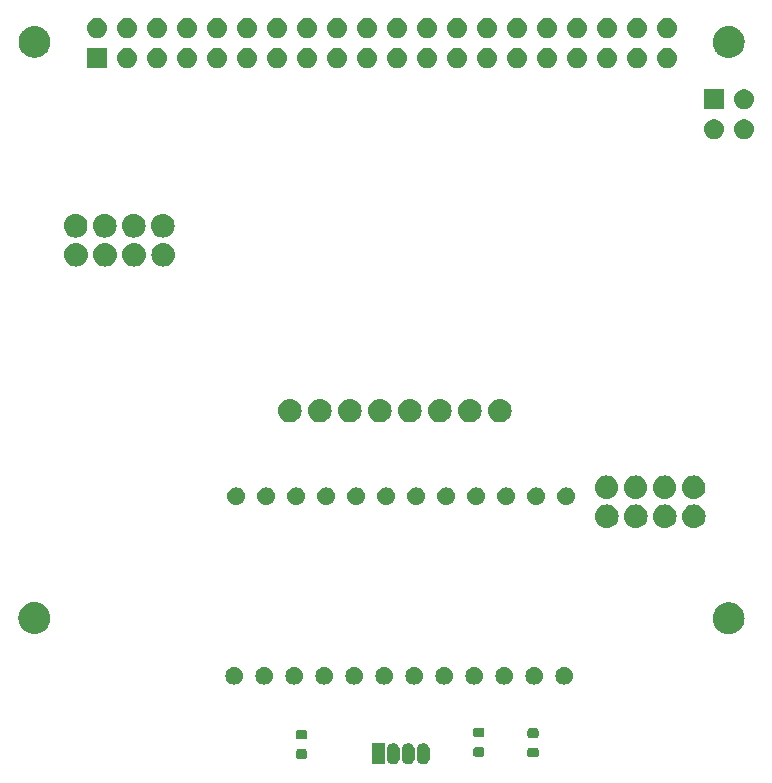
<source format=gbr>
G04 #@! TF.GenerationSoftware,KiCad,Pcbnew,8.0.2*
G04 #@! TF.CreationDate,2024-06-19T11:25:55-04:00*
G04 #@! TF.ProjectId,StringsVR-PiHat,53747269-6e67-4735-9652-2d5069486174,1*
G04 #@! TF.SameCoordinates,Original*
G04 #@! TF.FileFunction,Soldermask,Top*
G04 #@! TF.FilePolarity,Negative*
%FSLAX46Y46*%
G04 Gerber Fmt 4.6, Leading zero omitted, Abs format (unit mm)*
G04 Created by KiCad (PCBNEW 8.0.2) date 2024-06-19 11:25:55*
%MOMM*%
%LPD*%
G01*
G04 APERTURE LIST*
G04 APERTURE END LIST*
G36*
X147755000Y-136110000D02*
G01*
X146685000Y-136110000D01*
X146685000Y-134310000D01*
X147755000Y-134310000D01*
X147755000Y-136110000D01*
G37*
G36*
X148694736Y-134350724D02*
G01*
X148815687Y-134420556D01*
X148914444Y-134519313D01*
X148984276Y-134640264D01*
X149020423Y-134775168D01*
X149025000Y-135575000D01*
X149020423Y-135644832D01*
X148984276Y-135779736D01*
X148914444Y-135900687D01*
X148815687Y-135999444D01*
X148694736Y-136069276D01*
X148559832Y-136105423D01*
X148420168Y-136105423D01*
X148285264Y-136069276D01*
X148164313Y-135999444D01*
X148065556Y-135900687D01*
X147995724Y-135779736D01*
X147959577Y-135644832D01*
X147955000Y-134845000D01*
X147959577Y-134775168D01*
X147995724Y-134640264D01*
X148065556Y-134519313D01*
X148164313Y-134420556D01*
X148285264Y-134350724D01*
X148420168Y-134314577D01*
X148559832Y-134314577D01*
X148694736Y-134350724D01*
G37*
G36*
X149964736Y-134350724D02*
G01*
X150085687Y-134420556D01*
X150184444Y-134519313D01*
X150254276Y-134640264D01*
X150290423Y-134775168D01*
X150295000Y-135575000D01*
X150290423Y-135644832D01*
X150254276Y-135779736D01*
X150184444Y-135900687D01*
X150085687Y-135999444D01*
X149964736Y-136069276D01*
X149829832Y-136105423D01*
X149690168Y-136105423D01*
X149555264Y-136069276D01*
X149434313Y-135999444D01*
X149335556Y-135900687D01*
X149265724Y-135779736D01*
X149229577Y-135644832D01*
X149225000Y-134845000D01*
X149229577Y-134775168D01*
X149265724Y-134640264D01*
X149335556Y-134519313D01*
X149434313Y-134420556D01*
X149555264Y-134350724D01*
X149690168Y-134314577D01*
X149829832Y-134314577D01*
X149964736Y-134350724D01*
G37*
G36*
X151234736Y-134350724D02*
G01*
X151355687Y-134420556D01*
X151454444Y-134519313D01*
X151524276Y-134640264D01*
X151560423Y-134775168D01*
X151565000Y-135575000D01*
X151560423Y-135644832D01*
X151524276Y-135779736D01*
X151454444Y-135900687D01*
X151355687Y-135999444D01*
X151234736Y-136069276D01*
X151099832Y-136105423D01*
X150960168Y-136105423D01*
X150825264Y-136069276D01*
X150704313Y-135999444D01*
X150605556Y-135900687D01*
X150535724Y-135779736D01*
X150499577Y-135644832D01*
X150495000Y-134845000D01*
X150499577Y-134775168D01*
X150535724Y-134640264D01*
X150605556Y-134519313D01*
X150704313Y-134420556D01*
X150825264Y-134350724D01*
X150960168Y-134314577D01*
X151099832Y-134314577D01*
X151234736Y-134350724D01*
G37*
G36*
X141071537Y-134850224D02*
G01*
X141136421Y-134893579D01*
X141179776Y-134958463D01*
X141195000Y-135035000D01*
X141195000Y-135435000D01*
X141179776Y-135511537D01*
X141136421Y-135576421D01*
X141071537Y-135619776D01*
X140995000Y-135635000D01*
X140445000Y-135635000D01*
X140368463Y-135619776D01*
X140303579Y-135576421D01*
X140260224Y-135511537D01*
X140245000Y-135435000D01*
X140245000Y-135035000D01*
X140260224Y-134958463D01*
X140303579Y-134893579D01*
X140368463Y-134850224D01*
X140445000Y-134835000D01*
X140995000Y-134835000D01*
X141071537Y-134850224D01*
G37*
G36*
X160671537Y-134725224D02*
G01*
X160736421Y-134768579D01*
X160779776Y-134833463D01*
X160795000Y-134910000D01*
X160795000Y-135310000D01*
X160779776Y-135386537D01*
X160736421Y-135451421D01*
X160671537Y-135494776D01*
X160595000Y-135510000D01*
X160045000Y-135510000D01*
X159968463Y-135494776D01*
X159903579Y-135451421D01*
X159860224Y-135386537D01*
X159845000Y-135310000D01*
X159845000Y-134910000D01*
X159860224Y-134833463D01*
X159903579Y-134768579D01*
X159968463Y-134725224D01*
X160045000Y-134710000D01*
X160595000Y-134710000D01*
X160671537Y-134725224D01*
G37*
G36*
X156071537Y-134675224D02*
G01*
X156136421Y-134718579D01*
X156179776Y-134783463D01*
X156195000Y-134860000D01*
X156195000Y-135260000D01*
X156179776Y-135336537D01*
X156136421Y-135401421D01*
X156071537Y-135444776D01*
X155995000Y-135460000D01*
X155445000Y-135460000D01*
X155368463Y-135444776D01*
X155303579Y-135401421D01*
X155260224Y-135336537D01*
X155245000Y-135260000D01*
X155245000Y-134860000D01*
X155260224Y-134783463D01*
X155303579Y-134718579D01*
X155368463Y-134675224D01*
X155445000Y-134660000D01*
X155995000Y-134660000D01*
X156071537Y-134675224D01*
G37*
G36*
X141071537Y-133200224D02*
G01*
X141136421Y-133243579D01*
X141179776Y-133308463D01*
X141195000Y-133385000D01*
X141195000Y-133785000D01*
X141179776Y-133861537D01*
X141136421Y-133926421D01*
X141071537Y-133969776D01*
X140995000Y-133985000D01*
X140445000Y-133985000D01*
X140368463Y-133969776D01*
X140303579Y-133926421D01*
X140260224Y-133861537D01*
X140245000Y-133785000D01*
X140245000Y-133385000D01*
X140260224Y-133308463D01*
X140303579Y-133243579D01*
X140368463Y-133200224D01*
X140445000Y-133185000D01*
X140995000Y-133185000D01*
X141071537Y-133200224D01*
G37*
G36*
X160671537Y-133075224D02*
G01*
X160736421Y-133118579D01*
X160779776Y-133183463D01*
X160795000Y-133260000D01*
X160795000Y-133660000D01*
X160779776Y-133736537D01*
X160736421Y-133801421D01*
X160671537Y-133844776D01*
X160595000Y-133860000D01*
X160045000Y-133860000D01*
X159968463Y-133844776D01*
X159903579Y-133801421D01*
X159860224Y-133736537D01*
X159845000Y-133660000D01*
X159845000Y-133260000D01*
X159860224Y-133183463D01*
X159903579Y-133118579D01*
X159968463Y-133075224D01*
X160045000Y-133060000D01*
X160595000Y-133060000D01*
X160671537Y-133075224D01*
G37*
G36*
X156071537Y-133025224D02*
G01*
X156136421Y-133068579D01*
X156179776Y-133133463D01*
X156195000Y-133210000D01*
X156195000Y-133610000D01*
X156179776Y-133686537D01*
X156136421Y-133751421D01*
X156071537Y-133794776D01*
X155995000Y-133810000D01*
X155445000Y-133810000D01*
X155368463Y-133794776D01*
X155303579Y-133751421D01*
X155260224Y-133686537D01*
X155245000Y-133610000D01*
X155245000Y-133210000D01*
X155260224Y-133133463D01*
X155303579Y-133068579D01*
X155368463Y-133025224D01*
X155445000Y-133010000D01*
X155995000Y-133010000D01*
X156071537Y-133025224D01*
G37*
G36*
X135186891Y-127878804D02*
G01*
X135345413Y-127934273D01*
X135487617Y-128023626D01*
X135606374Y-128142383D01*
X135695727Y-128284587D01*
X135751196Y-128443109D01*
X135770000Y-128610000D01*
X135751196Y-128776891D01*
X135695727Y-128935413D01*
X135606374Y-129077617D01*
X135487617Y-129196374D01*
X135345413Y-129285727D01*
X135186891Y-129341196D01*
X135020000Y-129360000D01*
X134853109Y-129341196D01*
X134694587Y-129285727D01*
X134552383Y-129196374D01*
X134433626Y-129077617D01*
X134344273Y-128935413D01*
X134288804Y-128776891D01*
X134270000Y-128610000D01*
X134288804Y-128443109D01*
X134344273Y-128284587D01*
X134433626Y-128142383D01*
X134552383Y-128023626D01*
X134694587Y-127934273D01*
X134853109Y-127878804D01*
X135020000Y-127860000D01*
X135186891Y-127878804D01*
G37*
G36*
X137726891Y-127878804D02*
G01*
X137885413Y-127934273D01*
X138027617Y-128023626D01*
X138146374Y-128142383D01*
X138235727Y-128284587D01*
X138291196Y-128443109D01*
X138310000Y-128610000D01*
X138291196Y-128776891D01*
X138235727Y-128935413D01*
X138146374Y-129077617D01*
X138027617Y-129196374D01*
X137885413Y-129285727D01*
X137726891Y-129341196D01*
X137560000Y-129360000D01*
X137393109Y-129341196D01*
X137234587Y-129285727D01*
X137092383Y-129196374D01*
X136973626Y-129077617D01*
X136884273Y-128935413D01*
X136828804Y-128776891D01*
X136810000Y-128610000D01*
X136828804Y-128443109D01*
X136884273Y-128284587D01*
X136973626Y-128142383D01*
X137092383Y-128023626D01*
X137234587Y-127934273D01*
X137393109Y-127878804D01*
X137560000Y-127860000D01*
X137726891Y-127878804D01*
G37*
G36*
X140266891Y-127878804D02*
G01*
X140425413Y-127934273D01*
X140567617Y-128023626D01*
X140686374Y-128142383D01*
X140775727Y-128284587D01*
X140831196Y-128443109D01*
X140850000Y-128610000D01*
X140831196Y-128776891D01*
X140775727Y-128935413D01*
X140686374Y-129077617D01*
X140567617Y-129196374D01*
X140425413Y-129285727D01*
X140266891Y-129341196D01*
X140100000Y-129360000D01*
X139933109Y-129341196D01*
X139774587Y-129285727D01*
X139632383Y-129196374D01*
X139513626Y-129077617D01*
X139424273Y-128935413D01*
X139368804Y-128776891D01*
X139350000Y-128610000D01*
X139368804Y-128443109D01*
X139424273Y-128284587D01*
X139513626Y-128142383D01*
X139632383Y-128023626D01*
X139774587Y-127934273D01*
X139933109Y-127878804D01*
X140100000Y-127860000D01*
X140266891Y-127878804D01*
G37*
G36*
X142806891Y-127878804D02*
G01*
X142965413Y-127934273D01*
X143107617Y-128023626D01*
X143226374Y-128142383D01*
X143315727Y-128284587D01*
X143371196Y-128443109D01*
X143390000Y-128610000D01*
X143371196Y-128776891D01*
X143315727Y-128935413D01*
X143226374Y-129077617D01*
X143107617Y-129196374D01*
X142965413Y-129285727D01*
X142806891Y-129341196D01*
X142640000Y-129360000D01*
X142473109Y-129341196D01*
X142314587Y-129285727D01*
X142172383Y-129196374D01*
X142053626Y-129077617D01*
X141964273Y-128935413D01*
X141908804Y-128776891D01*
X141890000Y-128610000D01*
X141908804Y-128443109D01*
X141964273Y-128284587D01*
X142053626Y-128142383D01*
X142172383Y-128023626D01*
X142314587Y-127934273D01*
X142473109Y-127878804D01*
X142640000Y-127860000D01*
X142806891Y-127878804D01*
G37*
G36*
X145346891Y-127878804D02*
G01*
X145505413Y-127934273D01*
X145647617Y-128023626D01*
X145766374Y-128142383D01*
X145855727Y-128284587D01*
X145911196Y-128443109D01*
X145930000Y-128610000D01*
X145911196Y-128776891D01*
X145855727Y-128935413D01*
X145766374Y-129077617D01*
X145647617Y-129196374D01*
X145505413Y-129285727D01*
X145346891Y-129341196D01*
X145180000Y-129360000D01*
X145013109Y-129341196D01*
X144854587Y-129285727D01*
X144712383Y-129196374D01*
X144593626Y-129077617D01*
X144504273Y-128935413D01*
X144448804Y-128776891D01*
X144430000Y-128610000D01*
X144448804Y-128443109D01*
X144504273Y-128284587D01*
X144593626Y-128142383D01*
X144712383Y-128023626D01*
X144854587Y-127934273D01*
X145013109Y-127878804D01*
X145180000Y-127860000D01*
X145346891Y-127878804D01*
G37*
G36*
X147886891Y-127878804D02*
G01*
X148045413Y-127934273D01*
X148187617Y-128023626D01*
X148306374Y-128142383D01*
X148395727Y-128284587D01*
X148451196Y-128443109D01*
X148470000Y-128610000D01*
X148451196Y-128776891D01*
X148395727Y-128935413D01*
X148306374Y-129077617D01*
X148187617Y-129196374D01*
X148045413Y-129285727D01*
X147886891Y-129341196D01*
X147720000Y-129360000D01*
X147553109Y-129341196D01*
X147394587Y-129285727D01*
X147252383Y-129196374D01*
X147133626Y-129077617D01*
X147044273Y-128935413D01*
X146988804Y-128776891D01*
X146970000Y-128610000D01*
X146988804Y-128443109D01*
X147044273Y-128284587D01*
X147133626Y-128142383D01*
X147252383Y-128023626D01*
X147394587Y-127934273D01*
X147553109Y-127878804D01*
X147720000Y-127860000D01*
X147886891Y-127878804D01*
G37*
G36*
X150426891Y-127878804D02*
G01*
X150585413Y-127934273D01*
X150727617Y-128023626D01*
X150846374Y-128142383D01*
X150935727Y-128284587D01*
X150991196Y-128443109D01*
X151010000Y-128610000D01*
X150991196Y-128776891D01*
X150935727Y-128935413D01*
X150846374Y-129077617D01*
X150727617Y-129196374D01*
X150585413Y-129285727D01*
X150426891Y-129341196D01*
X150260000Y-129360000D01*
X150093109Y-129341196D01*
X149934587Y-129285727D01*
X149792383Y-129196374D01*
X149673626Y-129077617D01*
X149584273Y-128935413D01*
X149528804Y-128776891D01*
X149510000Y-128610000D01*
X149528804Y-128443109D01*
X149584273Y-128284587D01*
X149673626Y-128142383D01*
X149792383Y-128023626D01*
X149934587Y-127934273D01*
X150093109Y-127878804D01*
X150260000Y-127860000D01*
X150426891Y-127878804D01*
G37*
G36*
X152966891Y-127878804D02*
G01*
X153125413Y-127934273D01*
X153267617Y-128023626D01*
X153386374Y-128142383D01*
X153475727Y-128284587D01*
X153531196Y-128443109D01*
X153550000Y-128610000D01*
X153531196Y-128776891D01*
X153475727Y-128935413D01*
X153386374Y-129077617D01*
X153267617Y-129196374D01*
X153125413Y-129285727D01*
X152966891Y-129341196D01*
X152800000Y-129360000D01*
X152633109Y-129341196D01*
X152474587Y-129285727D01*
X152332383Y-129196374D01*
X152213626Y-129077617D01*
X152124273Y-128935413D01*
X152068804Y-128776891D01*
X152050000Y-128610000D01*
X152068804Y-128443109D01*
X152124273Y-128284587D01*
X152213626Y-128142383D01*
X152332383Y-128023626D01*
X152474587Y-127934273D01*
X152633109Y-127878804D01*
X152800000Y-127860000D01*
X152966891Y-127878804D01*
G37*
G36*
X155506891Y-127878804D02*
G01*
X155665413Y-127934273D01*
X155807617Y-128023626D01*
X155926374Y-128142383D01*
X156015727Y-128284587D01*
X156071196Y-128443109D01*
X156090000Y-128610000D01*
X156071196Y-128776891D01*
X156015727Y-128935413D01*
X155926374Y-129077617D01*
X155807617Y-129196374D01*
X155665413Y-129285727D01*
X155506891Y-129341196D01*
X155340000Y-129360000D01*
X155173109Y-129341196D01*
X155014587Y-129285727D01*
X154872383Y-129196374D01*
X154753626Y-129077617D01*
X154664273Y-128935413D01*
X154608804Y-128776891D01*
X154590000Y-128610000D01*
X154608804Y-128443109D01*
X154664273Y-128284587D01*
X154753626Y-128142383D01*
X154872383Y-128023626D01*
X155014587Y-127934273D01*
X155173109Y-127878804D01*
X155340000Y-127860000D01*
X155506891Y-127878804D01*
G37*
G36*
X158046891Y-127878804D02*
G01*
X158205413Y-127934273D01*
X158347617Y-128023626D01*
X158466374Y-128142383D01*
X158555727Y-128284587D01*
X158611196Y-128443109D01*
X158630000Y-128610000D01*
X158611196Y-128776891D01*
X158555727Y-128935413D01*
X158466374Y-129077617D01*
X158347617Y-129196374D01*
X158205413Y-129285727D01*
X158046891Y-129341196D01*
X157880000Y-129360000D01*
X157713109Y-129341196D01*
X157554587Y-129285727D01*
X157412383Y-129196374D01*
X157293626Y-129077617D01*
X157204273Y-128935413D01*
X157148804Y-128776891D01*
X157130000Y-128610000D01*
X157148804Y-128443109D01*
X157204273Y-128284587D01*
X157293626Y-128142383D01*
X157412383Y-128023626D01*
X157554587Y-127934273D01*
X157713109Y-127878804D01*
X157880000Y-127860000D01*
X158046891Y-127878804D01*
G37*
G36*
X160586891Y-127878804D02*
G01*
X160745413Y-127934273D01*
X160887617Y-128023626D01*
X161006374Y-128142383D01*
X161095727Y-128284587D01*
X161151196Y-128443109D01*
X161170000Y-128610000D01*
X161151196Y-128776891D01*
X161095727Y-128935413D01*
X161006374Y-129077617D01*
X160887617Y-129196374D01*
X160745413Y-129285727D01*
X160586891Y-129341196D01*
X160420000Y-129360000D01*
X160253109Y-129341196D01*
X160094587Y-129285727D01*
X159952383Y-129196374D01*
X159833626Y-129077617D01*
X159744273Y-128935413D01*
X159688804Y-128776891D01*
X159670000Y-128610000D01*
X159688804Y-128443109D01*
X159744273Y-128284587D01*
X159833626Y-128142383D01*
X159952383Y-128023626D01*
X160094587Y-127934273D01*
X160253109Y-127878804D01*
X160420000Y-127860000D01*
X160586891Y-127878804D01*
G37*
G36*
X163126891Y-127878804D02*
G01*
X163285413Y-127934273D01*
X163427617Y-128023626D01*
X163546374Y-128142383D01*
X163635727Y-128284587D01*
X163691196Y-128443109D01*
X163710000Y-128610000D01*
X163691196Y-128776891D01*
X163635727Y-128935413D01*
X163546374Y-129077617D01*
X163427617Y-129196374D01*
X163285413Y-129285727D01*
X163126891Y-129341196D01*
X162960000Y-129360000D01*
X162793109Y-129341196D01*
X162634587Y-129285727D01*
X162492383Y-129196374D01*
X162373626Y-129077617D01*
X162284273Y-128935413D01*
X162228804Y-128776891D01*
X162210000Y-128610000D01*
X162228804Y-128443109D01*
X162284273Y-128284587D01*
X162373626Y-128142383D01*
X162492383Y-128023626D01*
X162634587Y-127934273D01*
X162793109Y-127878804D01*
X162960000Y-127860000D01*
X163126891Y-127878804D01*
G37*
G36*
X176935046Y-122384816D02*
G01*
X176991463Y-122384816D01*
X177053643Y-122395192D01*
X177114425Y-122400510D01*
X177162160Y-122413300D01*
X177211356Y-122421510D01*
X177277346Y-122444164D01*
X177341727Y-122461415D01*
X177381163Y-122479804D01*
X177422205Y-122493894D01*
X177489643Y-122530389D01*
X177555000Y-122560866D01*
X177585765Y-122582407D01*
X177618267Y-122599997D01*
X177684427Y-122651492D01*
X177747763Y-122695840D01*
X177770086Y-122718163D01*
X177794190Y-122736924D01*
X177856107Y-122804184D01*
X177914160Y-122862237D01*
X177928813Y-122883164D01*
X177945178Y-122900941D01*
X177999776Y-122984510D01*
X178049134Y-123055000D01*
X178057372Y-123072666D01*
X178067109Y-123087570D01*
X178111298Y-123188312D01*
X178148585Y-123268273D01*
X178152057Y-123281234D01*
X178156657Y-123291719D01*
X178187460Y-123413359D01*
X178209490Y-123495575D01*
X178210128Y-123502873D01*
X178211384Y-123507831D01*
X178226103Y-123685467D01*
X178230000Y-123730000D01*
X178226103Y-123774536D01*
X178211384Y-123952168D01*
X178210128Y-123957125D01*
X178209490Y-123964425D01*
X178187455Y-124046657D01*
X178156657Y-124168280D01*
X178152058Y-124178763D01*
X178148585Y-124191727D01*
X178111291Y-124271703D01*
X178067109Y-124372429D01*
X178057373Y-124387330D01*
X178049134Y-124405000D01*
X177999767Y-124475503D01*
X177945178Y-124559058D01*
X177928816Y-124576831D01*
X177914160Y-124597763D01*
X177856096Y-124655826D01*
X177794190Y-124723075D01*
X177770090Y-124741832D01*
X177747763Y-124764160D01*
X177684414Y-124808516D01*
X177618267Y-124860002D01*
X177585771Y-124877587D01*
X177555000Y-124899134D01*
X177489629Y-124929616D01*
X177422205Y-124966105D01*
X177381171Y-124980191D01*
X177341727Y-124998585D01*
X177277333Y-125015839D01*
X177211356Y-125038489D01*
X177162168Y-125046697D01*
X177114425Y-125059490D01*
X177053639Y-125064808D01*
X176991463Y-125075184D01*
X176935046Y-125075184D01*
X176880000Y-125080000D01*
X176824954Y-125075184D01*
X176768537Y-125075184D01*
X176706359Y-125064808D01*
X176645575Y-125059490D01*
X176597832Y-125046697D01*
X176548643Y-125038489D01*
X176482662Y-125015837D01*
X176418273Y-124998585D01*
X176378831Y-124980193D01*
X176337794Y-124966105D01*
X176270362Y-124929613D01*
X176205000Y-124899134D01*
X176174232Y-124877590D01*
X176141732Y-124860002D01*
X176075575Y-124808509D01*
X176012237Y-124764160D01*
X175989912Y-124741835D01*
X175965809Y-124723075D01*
X175903891Y-124655814D01*
X175845840Y-124597763D01*
X175831186Y-124576835D01*
X175814821Y-124559058D01*
X175760217Y-124475482D01*
X175710866Y-124405000D01*
X175702628Y-124387335D01*
X175692890Y-124372429D01*
X175648692Y-124271667D01*
X175611415Y-124191727D01*
X175607942Y-124178769D01*
X175603342Y-124168280D01*
X175572525Y-124046589D01*
X175550510Y-123964425D01*
X175549871Y-123957131D01*
X175548615Y-123952168D01*
X175533877Y-123774320D01*
X175530000Y-123730000D01*
X175533877Y-123685683D01*
X175548615Y-123507831D01*
X175549871Y-123502867D01*
X175550510Y-123495575D01*
X175572521Y-123413427D01*
X175603342Y-123291719D01*
X175607943Y-123281228D01*
X175611415Y-123268273D01*
X175648684Y-123188348D01*
X175692890Y-123087570D01*
X175702630Y-123072661D01*
X175710866Y-123055000D01*
X175760208Y-122984531D01*
X175814821Y-122900941D01*
X175831189Y-122883159D01*
X175845840Y-122862237D01*
X175903879Y-122804197D01*
X175965809Y-122736924D01*
X175989917Y-122718159D01*
X176012237Y-122695840D01*
X176075562Y-122651499D01*
X176141732Y-122599997D01*
X176174238Y-122582405D01*
X176205000Y-122560866D01*
X176270349Y-122530392D01*
X176337794Y-122493894D01*
X176378839Y-122479803D01*
X176418273Y-122461415D01*
X176482648Y-122444165D01*
X176548643Y-122421510D01*
X176597840Y-122413300D01*
X176645575Y-122400510D01*
X176706355Y-122395192D01*
X176768537Y-122384816D01*
X176824954Y-122384816D01*
X176880000Y-122380000D01*
X176935046Y-122384816D01*
G37*
G36*
X118155046Y-122364816D02*
G01*
X118211463Y-122364816D01*
X118273643Y-122375192D01*
X118334425Y-122380510D01*
X118382160Y-122393300D01*
X118431356Y-122401510D01*
X118497346Y-122424164D01*
X118561727Y-122441415D01*
X118601163Y-122459804D01*
X118642205Y-122473894D01*
X118709643Y-122510389D01*
X118775000Y-122540866D01*
X118805765Y-122562407D01*
X118838267Y-122579997D01*
X118904427Y-122631492D01*
X118967763Y-122675840D01*
X118990086Y-122698163D01*
X119014190Y-122716924D01*
X119076107Y-122784184D01*
X119134160Y-122842237D01*
X119148813Y-122863164D01*
X119165178Y-122880941D01*
X119219776Y-122964510D01*
X119269134Y-123035000D01*
X119277372Y-123052666D01*
X119287109Y-123067570D01*
X119331298Y-123168312D01*
X119368585Y-123248273D01*
X119372057Y-123261234D01*
X119376657Y-123271719D01*
X119407460Y-123393359D01*
X119429490Y-123475575D01*
X119430128Y-123482873D01*
X119431384Y-123487831D01*
X119446103Y-123665467D01*
X119450000Y-123710000D01*
X119446103Y-123754536D01*
X119431384Y-123932168D01*
X119430128Y-123937125D01*
X119429490Y-123944425D01*
X119407455Y-124026657D01*
X119376657Y-124148280D01*
X119372058Y-124158763D01*
X119368585Y-124171727D01*
X119331291Y-124251703D01*
X119287109Y-124352429D01*
X119277373Y-124367330D01*
X119269134Y-124385000D01*
X119219767Y-124455503D01*
X119165178Y-124539058D01*
X119148816Y-124556831D01*
X119134160Y-124577763D01*
X119076096Y-124635826D01*
X119014190Y-124703075D01*
X118990090Y-124721832D01*
X118967763Y-124744160D01*
X118904414Y-124788516D01*
X118838267Y-124840002D01*
X118805771Y-124857587D01*
X118775000Y-124879134D01*
X118709629Y-124909616D01*
X118642205Y-124946105D01*
X118601171Y-124960191D01*
X118561727Y-124978585D01*
X118497333Y-124995839D01*
X118431356Y-125018489D01*
X118382168Y-125026697D01*
X118334425Y-125039490D01*
X118273639Y-125044808D01*
X118211463Y-125055184D01*
X118155046Y-125055184D01*
X118100000Y-125060000D01*
X118044954Y-125055184D01*
X117988537Y-125055184D01*
X117926359Y-125044808D01*
X117865575Y-125039490D01*
X117817832Y-125026697D01*
X117768643Y-125018489D01*
X117702662Y-124995837D01*
X117638273Y-124978585D01*
X117598831Y-124960193D01*
X117557794Y-124946105D01*
X117490362Y-124909613D01*
X117425000Y-124879134D01*
X117394232Y-124857590D01*
X117361732Y-124840002D01*
X117295575Y-124788509D01*
X117232237Y-124744160D01*
X117209912Y-124721835D01*
X117185809Y-124703075D01*
X117123891Y-124635814D01*
X117065840Y-124577763D01*
X117051186Y-124556835D01*
X117034821Y-124539058D01*
X116980217Y-124455482D01*
X116930866Y-124385000D01*
X116922628Y-124367335D01*
X116912890Y-124352429D01*
X116868692Y-124251667D01*
X116831415Y-124171727D01*
X116827942Y-124158769D01*
X116823342Y-124148280D01*
X116792525Y-124026589D01*
X116770510Y-123944425D01*
X116769871Y-123937131D01*
X116768615Y-123932168D01*
X116753877Y-123754320D01*
X116750000Y-123710000D01*
X116753877Y-123665683D01*
X116768615Y-123487831D01*
X116769871Y-123482867D01*
X116770510Y-123475575D01*
X116792521Y-123393427D01*
X116823342Y-123271719D01*
X116827943Y-123261228D01*
X116831415Y-123248273D01*
X116868684Y-123168348D01*
X116912890Y-123067570D01*
X116922630Y-123052661D01*
X116930866Y-123035000D01*
X116980208Y-122964531D01*
X117034821Y-122880941D01*
X117051189Y-122863159D01*
X117065840Y-122842237D01*
X117123879Y-122784197D01*
X117185809Y-122716924D01*
X117209917Y-122698159D01*
X117232237Y-122675840D01*
X117295562Y-122631499D01*
X117361732Y-122579997D01*
X117394238Y-122562405D01*
X117425000Y-122540866D01*
X117490349Y-122510392D01*
X117557794Y-122473894D01*
X117598839Y-122459803D01*
X117638273Y-122441415D01*
X117702648Y-122424165D01*
X117768643Y-122401510D01*
X117817840Y-122393300D01*
X117865575Y-122380510D01*
X117926355Y-122375192D01*
X117988537Y-122364816D01*
X118044954Y-122364816D01*
X118100000Y-122360000D01*
X118155046Y-122364816D01*
G37*
G36*
X166755090Y-114129215D02*
G01*
X166942683Y-114186120D01*
X167115570Y-114278530D01*
X167267107Y-114402893D01*
X167391470Y-114554430D01*
X167483880Y-114727317D01*
X167540785Y-114914910D01*
X167560000Y-115110000D01*
X167540785Y-115305090D01*
X167483880Y-115492683D01*
X167391470Y-115665570D01*
X167267107Y-115817107D01*
X167115570Y-115941470D01*
X166942683Y-116033880D01*
X166755090Y-116090785D01*
X166560000Y-116110000D01*
X166364910Y-116090785D01*
X166177317Y-116033880D01*
X166004430Y-115941470D01*
X165852893Y-115817107D01*
X165728530Y-115665570D01*
X165636120Y-115492683D01*
X165579215Y-115305090D01*
X165560000Y-115110000D01*
X165579215Y-114914910D01*
X165636120Y-114727317D01*
X165728530Y-114554430D01*
X165852893Y-114402893D01*
X166004430Y-114278530D01*
X166177317Y-114186120D01*
X166364910Y-114129215D01*
X166560000Y-114110000D01*
X166755090Y-114129215D01*
G37*
G36*
X169215090Y-114129215D02*
G01*
X169402683Y-114186120D01*
X169575570Y-114278530D01*
X169727107Y-114402893D01*
X169851470Y-114554430D01*
X169943880Y-114727317D01*
X170000785Y-114914910D01*
X170020000Y-115110000D01*
X170000785Y-115305090D01*
X169943880Y-115492683D01*
X169851470Y-115665570D01*
X169727107Y-115817107D01*
X169575570Y-115941470D01*
X169402683Y-116033880D01*
X169215090Y-116090785D01*
X169020000Y-116110000D01*
X168824910Y-116090785D01*
X168637317Y-116033880D01*
X168464430Y-115941470D01*
X168312893Y-115817107D01*
X168188530Y-115665570D01*
X168096120Y-115492683D01*
X168039215Y-115305090D01*
X168020000Y-115110000D01*
X168039215Y-114914910D01*
X168096120Y-114727317D01*
X168188530Y-114554430D01*
X168312893Y-114402893D01*
X168464430Y-114278530D01*
X168637317Y-114186120D01*
X168824910Y-114129215D01*
X169020000Y-114110000D01*
X169215090Y-114129215D01*
G37*
G36*
X171675090Y-114129215D02*
G01*
X171862683Y-114186120D01*
X172035570Y-114278530D01*
X172187107Y-114402893D01*
X172311470Y-114554430D01*
X172403880Y-114727317D01*
X172460785Y-114914910D01*
X172480000Y-115110000D01*
X172460785Y-115305090D01*
X172403880Y-115492683D01*
X172311470Y-115665570D01*
X172187107Y-115817107D01*
X172035570Y-115941470D01*
X171862683Y-116033880D01*
X171675090Y-116090785D01*
X171480000Y-116110000D01*
X171284910Y-116090785D01*
X171097317Y-116033880D01*
X170924430Y-115941470D01*
X170772893Y-115817107D01*
X170648530Y-115665570D01*
X170556120Y-115492683D01*
X170499215Y-115305090D01*
X170480000Y-115110000D01*
X170499215Y-114914910D01*
X170556120Y-114727317D01*
X170648530Y-114554430D01*
X170772893Y-114402893D01*
X170924430Y-114278530D01*
X171097317Y-114186120D01*
X171284910Y-114129215D01*
X171480000Y-114110000D01*
X171675090Y-114129215D01*
G37*
G36*
X174135090Y-114129215D02*
G01*
X174322683Y-114186120D01*
X174495570Y-114278530D01*
X174647107Y-114402893D01*
X174771470Y-114554430D01*
X174863880Y-114727317D01*
X174920785Y-114914910D01*
X174940000Y-115110000D01*
X174920785Y-115305090D01*
X174863880Y-115492683D01*
X174771470Y-115665570D01*
X174647107Y-115817107D01*
X174495570Y-115941470D01*
X174322683Y-116033880D01*
X174135090Y-116090785D01*
X173940000Y-116110000D01*
X173744910Y-116090785D01*
X173557317Y-116033880D01*
X173384430Y-115941470D01*
X173232893Y-115817107D01*
X173108530Y-115665570D01*
X173016120Y-115492683D01*
X172959215Y-115305090D01*
X172940000Y-115110000D01*
X172959215Y-114914910D01*
X173016120Y-114727317D01*
X173108530Y-114554430D01*
X173232893Y-114402893D01*
X173384430Y-114278530D01*
X173557317Y-114186120D01*
X173744910Y-114129215D01*
X173940000Y-114110000D01*
X174135090Y-114129215D01*
G37*
G36*
X135346891Y-112678804D02*
G01*
X135505413Y-112734273D01*
X135647617Y-112823626D01*
X135766374Y-112942383D01*
X135855727Y-113084587D01*
X135911196Y-113243109D01*
X135930000Y-113410000D01*
X135911196Y-113576891D01*
X135855727Y-113735413D01*
X135766374Y-113877617D01*
X135647617Y-113996374D01*
X135505413Y-114085727D01*
X135346891Y-114141196D01*
X135180000Y-114160000D01*
X135013109Y-114141196D01*
X134854587Y-114085727D01*
X134712383Y-113996374D01*
X134593626Y-113877617D01*
X134504273Y-113735413D01*
X134448804Y-113576891D01*
X134430000Y-113410000D01*
X134448804Y-113243109D01*
X134504273Y-113084587D01*
X134593626Y-112942383D01*
X134712383Y-112823626D01*
X134854587Y-112734273D01*
X135013109Y-112678804D01*
X135180000Y-112660000D01*
X135346891Y-112678804D01*
G37*
G36*
X137886891Y-112678804D02*
G01*
X138045413Y-112734273D01*
X138187617Y-112823626D01*
X138306374Y-112942383D01*
X138395727Y-113084587D01*
X138451196Y-113243109D01*
X138470000Y-113410000D01*
X138451196Y-113576891D01*
X138395727Y-113735413D01*
X138306374Y-113877617D01*
X138187617Y-113996374D01*
X138045413Y-114085727D01*
X137886891Y-114141196D01*
X137720000Y-114160000D01*
X137553109Y-114141196D01*
X137394587Y-114085727D01*
X137252383Y-113996374D01*
X137133626Y-113877617D01*
X137044273Y-113735413D01*
X136988804Y-113576891D01*
X136970000Y-113410000D01*
X136988804Y-113243109D01*
X137044273Y-113084587D01*
X137133626Y-112942383D01*
X137252383Y-112823626D01*
X137394587Y-112734273D01*
X137553109Y-112678804D01*
X137720000Y-112660000D01*
X137886891Y-112678804D01*
G37*
G36*
X140426891Y-112678804D02*
G01*
X140585413Y-112734273D01*
X140727617Y-112823626D01*
X140846374Y-112942383D01*
X140935727Y-113084587D01*
X140991196Y-113243109D01*
X141010000Y-113410000D01*
X140991196Y-113576891D01*
X140935727Y-113735413D01*
X140846374Y-113877617D01*
X140727617Y-113996374D01*
X140585413Y-114085727D01*
X140426891Y-114141196D01*
X140260000Y-114160000D01*
X140093109Y-114141196D01*
X139934587Y-114085727D01*
X139792383Y-113996374D01*
X139673626Y-113877617D01*
X139584273Y-113735413D01*
X139528804Y-113576891D01*
X139510000Y-113410000D01*
X139528804Y-113243109D01*
X139584273Y-113084587D01*
X139673626Y-112942383D01*
X139792383Y-112823626D01*
X139934587Y-112734273D01*
X140093109Y-112678804D01*
X140260000Y-112660000D01*
X140426891Y-112678804D01*
G37*
G36*
X142966891Y-112678804D02*
G01*
X143125413Y-112734273D01*
X143267617Y-112823626D01*
X143386374Y-112942383D01*
X143475727Y-113084587D01*
X143531196Y-113243109D01*
X143550000Y-113410000D01*
X143531196Y-113576891D01*
X143475727Y-113735413D01*
X143386374Y-113877617D01*
X143267617Y-113996374D01*
X143125413Y-114085727D01*
X142966891Y-114141196D01*
X142800000Y-114160000D01*
X142633109Y-114141196D01*
X142474587Y-114085727D01*
X142332383Y-113996374D01*
X142213626Y-113877617D01*
X142124273Y-113735413D01*
X142068804Y-113576891D01*
X142050000Y-113410000D01*
X142068804Y-113243109D01*
X142124273Y-113084587D01*
X142213626Y-112942383D01*
X142332383Y-112823626D01*
X142474587Y-112734273D01*
X142633109Y-112678804D01*
X142800000Y-112660000D01*
X142966891Y-112678804D01*
G37*
G36*
X145506891Y-112678804D02*
G01*
X145665413Y-112734273D01*
X145807617Y-112823626D01*
X145926374Y-112942383D01*
X146015727Y-113084587D01*
X146071196Y-113243109D01*
X146090000Y-113410000D01*
X146071196Y-113576891D01*
X146015727Y-113735413D01*
X145926374Y-113877617D01*
X145807617Y-113996374D01*
X145665413Y-114085727D01*
X145506891Y-114141196D01*
X145340000Y-114160000D01*
X145173109Y-114141196D01*
X145014587Y-114085727D01*
X144872383Y-113996374D01*
X144753626Y-113877617D01*
X144664273Y-113735413D01*
X144608804Y-113576891D01*
X144590000Y-113410000D01*
X144608804Y-113243109D01*
X144664273Y-113084587D01*
X144753626Y-112942383D01*
X144872383Y-112823626D01*
X145014587Y-112734273D01*
X145173109Y-112678804D01*
X145340000Y-112660000D01*
X145506891Y-112678804D01*
G37*
G36*
X148046891Y-112678804D02*
G01*
X148205413Y-112734273D01*
X148347617Y-112823626D01*
X148466374Y-112942383D01*
X148555727Y-113084587D01*
X148611196Y-113243109D01*
X148630000Y-113410000D01*
X148611196Y-113576891D01*
X148555727Y-113735413D01*
X148466374Y-113877617D01*
X148347617Y-113996374D01*
X148205413Y-114085727D01*
X148046891Y-114141196D01*
X147880000Y-114160000D01*
X147713109Y-114141196D01*
X147554587Y-114085727D01*
X147412383Y-113996374D01*
X147293626Y-113877617D01*
X147204273Y-113735413D01*
X147148804Y-113576891D01*
X147130000Y-113410000D01*
X147148804Y-113243109D01*
X147204273Y-113084587D01*
X147293626Y-112942383D01*
X147412383Y-112823626D01*
X147554587Y-112734273D01*
X147713109Y-112678804D01*
X147880000Y-112660000D01*
X148046891Y-112678804D01*
G37*
G36*
X150586891Y-112678804D02*
G01*
X150745413Y-112734273D01*
X150887617Y-112823626D01*
X151006374Y-112942383D01*
X151095727Y-113084587D01*
X151151196Y-113243109D01*
X151170000Y-113410000D01*
X151151196Y-113576891D01*
X151095727Y-113735413D01*
X151006374Y-113877617D01*
X150887617Y-113996374D01*
X150745413Y-114085727D01*
X150586891Y-114141196D01*
X150420000Y-114160000D01*
X150253109Y-114141196D01*
X150094587Y-114085727D01*
X149952383Y-113996374D01*
X149833626Y-113877617D01*
X149744273Y-113735413D01*
X149688804Y-113576891D01*
X149670000Y-113410000D01*
X149688804Y-113243109D01*
X149744273Y-113084587D01*
X149833626Y-112942383D01*
X149952383Y-112823626D01*
X150094587Y-112734273D01*
X150253109Y-112678804D01*
X150420000Y-112660000D01*
X150586891Y-112678804D01*
G37*
G36*
X153126891Y-112678804D02*
G01*
X153285413Y-112734273D01*
X153427617Y-112823626D01*
X153546374Y-112942383D01*
X153635727Y-113084587D01*
X153691196Y-113243109D01*
X153710000Y-113410000D01*
X153691196Y-113576891D01*
X153635727Y-113735413D01*
X153546374Y-113877617D01*
X153427617Y-113996374D01*
X153285413Y-114085727D01*
X153126891Y-114141196D01*
X152960000Y-114160000D01*
X152793109Y-114141196D01*
X152634587Y-114085727D01*
X152492383Y-113996374D01*
X152373626Y-113877617D01*
X152284273Y-113735413D01*
X152228804Y-113576891D01*
X152210000Y-113410000D01*
X152228804Y-113243109D01*
X152284273Y-113084587D01*
X152373626Y-112942383D01*
X152492383Y-112823626D01*
X152634587Y-112734273D01*
X152793109Y-112678804D01*
X152960000Y-112660000D01*
X153126891Y-112678804D01*
G37*
G36*
X155666891Y-112678804D02*
G01*
X155825413Y-112734273D01*
X155967617Y-112823626D01*
X156086374Y-112942383D01*
X156175727Y-113084587D01*
X156231196Y-113243109D01*
X156250000Y-113410000D01*
X156231196Y-113576891D01*
X156175727Y-113735413D01*
X156086374Y-113877617D01*
X155967617Y-113996374D01*
X155825413Y-114085727D01*
X155666891Y-114141196D01*
X155500000Y-114160000D01*
X155333109Y-114141196D01*
X155174587Y-114085727D01*
X155032383Y-113996374D01*
X154913626Y-113877617D01*
X154824273Y-113735413D01*
X154768804Y-113576891D01*
X154750000Y-113410000D01*
X154768804Y-113243109D01*
X154824273Y-113084587D01*
X154913626Y-112942383D01*
X155032383Y-112823626D01*
X155174587Y-112734273D01*
X155333109Y-112678804D01*
X155500000Y-112660000D01*
X155666891Y-112678804D01*
G37*
G36*
X158206891Y-112678804D02*
G01*
X158365413Y-112734273D01*
X158507617Y-112823626D01*
X158626374Y-112942383D01*
X158715727Y-113084587D01*
X158771196Y-113243109D01*
X158790000Y-113410000D01*
X158771196Y-113576891D01*
X158715727Y-113735413D01*
X158626374Y-113877617D01*
X158507617Y-113996374D01*
X158365413Y-114085727D01*
X158206891Y-114141196D01*
X158040000Y-114160000D01*
X157873109Y-114141196D01*
X157714587Y-114085727D01*
X157572383Y-113996374D01*
X157453626Y-113877617D01*
X157364273Y-113735413D01*
X157308804Y-113576891D01*
X157290000Y-113410000D01*
X157308804Y-113243109D01*
X157364273Y-113084587D01*
X157453626Y-112942383D01*
X157572383Y-112823626D01*
X157714587Y-112734273D01*
X157873109Y-112678804D01*
X158040000Y-112660000D01*
X158206891Y-112678804D01*
G37*
G36*
X160746891Y-112678804D02*
G01*
X160905413Y-112734273D01*
X161047617Y-112823626D01*
X161166374Y-112942383D01*
X161255727Y-113084587D01*
X161311196Y-113243109D01*
X161330000Y-113410000D01*
X161311196Y-113576891D01*
X161255727Y-113735413D01*
X161166374Y-113877617D01*
X161047617Y-113996374D01*
X160905413Y-114085727D01*
X160746891Y-114141196D01*
X160580000Y-114160000D01*
X160413109Y-114141196D01*
X160254587Y-114085727D01*
X160112383Y-113996374D01*
X159993626Y-113877617D01*
X159904273Y-113735413D01*
X159848804Y-113576891D01*
X159830000Y-113410000D01*
X159848804Y-113243109D01*
X159904273Y-113084587D01*
X159993626Y-112942383D01*
X160112383Y-112823626D01*
X160254587Y-112734273D01*
X160413109Y-112678804D01*
X160580000Y-112660000D01*
X160746891Y-112678804D01*
G37*
G36*
X163286891Y-112678804D02*
G01*
X163445413Y-112734273D01*
X163587617Y-112823626D01*
X163706374Y-112942383D01*
X163795727Y-113084587D01*
X163851196Y-113243109D01*
X163870000Y-113410000D01*
X163851196Y-113576891D01*
X163795727Y-113735413D01*
X163706374Y-113877617D01*
X163587617Y-113996374D01*
X163445413Y-114085727D01*
X163286891Y-114141196D01*
X163120000Y-114160000D01*
X162953109Y-114141196D01*
X162794587Y-114085727D01*
X162652383Y-113996374D01*
X162533626Y-113877617D01*
X162444273Y-113735413D01*
X162388804Y-113576891D01*
X162370000Y-113410000D01*
X162388804Y-113243109D01*
X162444273Y-113084587D01*
X162533626Y-112942383D01*
X162652383Y-112823626D01*
X162794587Y-112734273D01*
X162953109Y-112678804D01*
X163120000Y-112660000D01*
X163286891Y-112678804D01*
G37*
G36*
X166735090Y-111669215D02*
G01*
X166922683Y-111726120D01*
X167095570Y-111818530D01*
X167247107Y-111942893D01*
X167371470Y-112094430D01*
X167463880Y-112267317D01*
X167520785Y-112454910D01*
X167540000Y-112650000D01*
X167520785Y-112845090D01*
X167463880Y-113032683D01*
X167371470Y-113205570D01*
X167247107Y-113357107D01*
X167095570Y-113481470D01*
X166922683Y-113573880D01*
X166735090Y-113630785D01*
X166540000Y-113650000D01*
X166344910Y-113630785D01*
X166157317Y-113573880D01*
X165984430Y-113481470D01*
X165832893Y-113357107D01*
X165708530Y-113205570D01*
X165616120Y-113032683D01*
X165559215Y-112845090D01*
X165540000Y-112650000D01*
X165559215Y-112454910D01*
X165616120Y-112267317D01*
X165708530Y-112094430D01*
X165832893Y-111942893D01*
X165984430Y-111818530D01*
X166157317Y-111726120D01*
X166344910Y-111669215D01*
X166540000Y-111650000D01*
X166735090Y-111669215D01*
G37*
G36*
X169195090Y-111669215D02*
G01*
X169382683Y-111726120D01*
X169555570Y-111818530D01*
X169707107Y-111942893D01*
X169831470Y-112094430D01*
X169923880Y-112267317D01*
X169980785Y-112454910D01*
X170000000Y-112650000D01*
X169980785Y-112845090D01*
X169923880Y-113032683D01*
X169831470Y-113205570D01*
X169707107Y-113357107D01*
X169555570Y-113481470D01*
X169382683Y-113573880D01*
X169195090Y-113630785D01*
X169000000Y-113650000D01*
X168804910Y-113630785D01*
X168617317Y-113573880D01*
X168444430Y-113481470D01*
X168292893Y-113357107D01*
X168168530Y-113205570D01*
X168076120Y-113032683D01*
X168019215Y-112845090D01*
X168000000Y-112650000D01*
X168019215Y-112454910D01*
X168076120Y-112267317D01*
X168168530Y-112094430D01*
X168292893Y-111942893D01*
X168444430Y-111818530D01*
X168617317Y-111726120D01*
X168804910Y-111669215D01*
X169000000Y-111650000D01*
X169195090Y-111669215D01*
G37*
G36*
X171655090Y-111669215D02*
G01*
X171842683Y-111726120D01*
X172015570Y-111818530D01*
X172167107Y-111942893D01*
X172291470Y-112094430D01*
X172383880Y-112267317D01*
X172440785Y-112454910D01*
X172460000Y-112650000D01*
X172440785Y-112845090D01*
X172383880Y-113032683D01*
X172291470Y-113205570D01*
X172167107Y-113357107D01*
X172015570Y-113481470D01*
X171842683Y-113573880D01*
X171655090Y-113630785D01*
X171460000Y-113650000D01*
X171264910Y-113630785D01*
X171077317Y-113573880D01*
X170904430Y-113481470D01*
X170752893Y-113357107D01*
X170628530Y-113205570D01*
X170536120Y-113032683D01*
X170479215Y-112845090D01*
X170460000Y-112650000D01*
X170479215Y-112454910D01*
X170536120Y-112267317D01*
X170628530Y-112094430D01*
X170752893Y-111942893D01*
X170904430Y-111818530D01*
X171077317Y-111726120D01*
X171264910Y-111669215D01*
X171460000Y-111650000D01*
X171655090Y-111669215D01*
G37*
G36*
X174115090Y-111669215D02*
G01*
X174302683Y-111726120D01*
X174475570Y-111818530D01*
X174627107Y-111942893D01*
X174751470Y-112094430D01*
X174843880Y-112267317D01*
X174900785Y-112454910D01*
X174920000Y-112650000D01*
X174900785Y-112845090D01*
X174843880Y-113032683D01*
X174751470Y-113205570D01*
X174627107Y-113357107D01*
X174475570Y-113481470D01*
X174302683Y-113573880D01*
X174115090Y-113630785D01*
X173920000Y-113650000D01*
X173724910Y-113630785D01*
X173537317Y-113573880D01*
X173364430Y-113481470D01*
X173212893Y-113357107D01*
X173088530Y-113205570D01*
X172996120Y-113032683D01*
X172939215Y-112845090D01*
X172920000Y-112650000D01*
X172939215Y-112454910D01*
X172996120Y-112267317D01*
X173088530Y-112094430D01*
X173212893Y-111942893D01*
X173364430Y-111818530D01*
X173537317Y-111726120D01*
X173724910Y-111669215D01*
X173920000Y-111650000D01*
X174115090Y-111669215D01*
G37*
G36*
X139930090Y-105179215D02*
G01*
X140117683Y-105236120D01*
X140290570Y-105328530D01*
X140442107Y-105452893D01*
X140566470Y-105604430D01*
X140658880Y-105777317D01*
X140715785Y-105964910D01*
X140735000Y-106160000D01*
X140715785Y-106355090D01*
X140658880Y-106542683D01*
X140566470Y-106715570D01*
X140442107Y-106867107D01*
X140290570Y-106991470D01*
X140117683Y-107083880D01*
X139930090Y-107140785D01*
X139735000Y-107160000D01*
X139539910Y-107140785D01*
X139352317Y-107083880D01*
X139179430Y-106991470D01*
X139027893Y-106867107D01*
X138903530Y-106715570D01*
X138811120Y-106542683D01*
X138754215Y-106355090D01*
X138735000Y-106160000D01*
X138754215Y-105964910D01*
X138811120Y-105777317D01*
X138903530Y-105604430D01*
X139027893Y-105452893D01*
X139179430Y-105328530D01*
X139352317Y-105236120D01*
X139539910Y-105179215D01*
X139735000Y-105160000D01*
X139930090Y-105179215D01*
G37*
G36*
X142470090Y-105179215D02*
G01*
X142657683Y-105236120D01*
X142830570Y-105328530D01*
X142982107Y-105452893D01*
X143106470Y-105604430D01*
X143198880Y-105777317D01*
X143255785Y-105964910D01*
X143275000Y-106160000D01*
X143255785Y-106355090D01*
X143198880Y-106542683D01*
X143106470Y-106715570D01*
X142982107Y-106867107D01*
X142830570Y-106991470D01*
X142657683Y-107083880D01*
X142470090Y-107140785D01*
X142275000Y-107160000D01*
X142079910Y-107140785D01*
X141892317Y-107083880D01*
X141719430Y-106991470D01*
X141567893Y-106867107D01*
X141443530Y-106715570D01*
X141351120Y-106542683D01*
X141294215Y-106355090D01*
X141275000Y-106160000D01*
X141294215Y-105964910D01*
X141351120Y-105777317D01*
X141443530Y-105604430D01*
X141567893Y-105452893D01*
X141719430Y-105328530D01*
X141892317Y-105236120D01*
X142079910Y-105179215D01*
X142275000Y-105160000D01*
X142470090Y-105179215D01*
G37*
G36*
X145010090Y-105179215D02*
G01*
X145197683Y-105236120D01*
X145370570Y-105328530D01*
X145522107Y-105452893D01*
X145646470Y-105604430D01*
X145738880Y-105777317D01*
X145795785Y-105964910D01*
X145815000Y-106160000D01*
X145795785Y-106355090D01*
X145738880Y-106542683D01*
X145646470Y-106715570D01*
X145522107Y-106867107D01*
X145370570Y-106991470D01*
X145197683Y-107083880D01*
X145010090Y-107140785D01*
X144815000Y-107160000D01*
X144619910Y-107140785D01*
X144432317Y-107083880D01*
X144259430Y-106991470D01*
X144107893Y-106867107D01*
X143983530Y-106715570D01*
X143891120Y-106542683D01*
X143834215Y-106355090D01*
X143815000Y-106160000D01*
X143834215Y-105964910D01*
X143891120Y-105777317D01*
X143983530Y-105604430D01*
X144107893Y-105452893D01*
X144259430Y-105328530D01*
X144432317Y-105236120D01*
X144619910Y-105179215D01*
X144815000Y-105160000D01*
X145010090Y-105179215D01*
G37*
G36*
X147550090Y-105179215D02*
G01*
X147737683Y-105236120D01*
X147910570Y-105328530D01*
X148062107Y-105452893D01*
X148186470Y-105604430D01*
X148278880Y-105777317D01*
X148335785Y-105964910D01*
X148355000Y-106160000D01*
X148335785Y-106355090D01*
X148278880Y-106542683D01*
X148186470Y-106715570D01*
X148062107Y-106867107D01*
X147910570Y-106991470D01*
X147737683Y-107083880D01*
X147550090Y-107140785D01*
X147355000Y-107160000D01*
X147159910Y-107140785D01*
X146972317Y-107083880D01*
X146799430Y-106991470D01*
X146647893Y-106867107D01*
X146523530Y-106715570D01*
X146431120Y-106542683D01*
X146374215Y-106355090D01*
X146355000Y-106160000D01*
X146374215Y-105964910D01*
X146431120Y-105777317D01*
X146523530Y-105604430D01*
X146647893Y-105452893D01*
X146799430Y-105328530D01*
X146972317Y-105236120D01*
X147159910Y-105179215D01*
X147355000Y-105160000D01*
X147550090Y-105179215D01*
G37*
G36*
X150090090Y-105179215D02*
G01*
X150277683Y-105236120D01*
X150450570Y-105328530D01*
X150602107Y-105452893D01*
X150726470Y-105604430D01*
X150818880Y-105777317D01*
X150875785Y-105964910D01*
X150895000Y-106160000D01*
X150875785Y-106355090D01*
X150818880Y-106542683D01*
X150726470Y-106715570D01*
X150602107Y-106867107D01*
X150450570Y-106991470D01*
X150277683Y-107083880D01*
X150090090Y-107140785D01*
X149895000Y-107160000D01*
X149699910Y-107140785D01*
X149512317Y-107083880D01*
X149339430Y-106991470D01*
X149187893Y-106867107D01*
X149063530Y-106715570D01*
X148971120Y-106542683D01*
X148914215Y-106355090D01*
X148895000Y-106160000D01*
X148914215Y-105964910D01*
X148971120Y-105777317D01*
X149063530Y-105604430D01*
X149187893Y-105452893D01*
X149339430Y-105328530D01*
X149512317Y-105236120D01*
X149699910Y-105179215D01*
X149895000Y-105160000D01*
X150090090Y-105179215D01*
G37*
G36*
X152630090Y-105179215D02*
G01*
X152817683Y-105236120D01*
X152990570Y-105328530D01*
X153142107Y-105452893D01*
X153266470Y-105604430D01*
X153358880Y-105777317D01*
X153415785Y-105964910D01*
X153435000Y-106160000D01*
X153415785Y-106355090D01*
X153358880Y-106542683D01*
X153266470Y-106715570D01*
X153142107Y-106867107D01*
X152990570Y-106991470D01*
X152817683Y-107083880D01*
X152630090Y-107140785D01*
X152435000Y-107160000D01*
X152239910Y-107140785D01*
X152052317Y-107083880D01*
X151879430Y-106991470D01*
X151727893Y-106867107D01*
X151603530Y-106715570D01*
X151511120Y-106542683D01*
X151454215Y-106355090D01*
X151435000Y-106160000D01*
X151454215Y-105964910D01*
X151511120Y-105777317D01*
X151603530Y-105604430D01*
X151727893Y-105452893D01*
X151879430Y-105328530D01*
X152052317Y-105236120D01*
X152239910Y-105179215D01*
X152435000Y-105160000D01*
X152630090Y-105179215D01*
G37*
G36*
X155170090Y-105179215D02*
G01*
X155357683Y-105236120D01*
X155530570Y-105328530D01*
X155682107Y-105452893D01*
X155806470Y-105604430D01*
X155898880Y-105777317D01*
X155955785Y-105964910D01*
X155975000Y-106160000D01*
X155955785Y-106355090D01*
X155898880Y-106542683D01*
X155806470Y-106715570D01*
X155682107Y-106867107D01*
X155530570Y-106991470D01*
X155357683Y-107083880D01*
X155170090Y-107140785D01*
X154975000Y-107160000D01*
X154779910Y-107140785D01*
X154592317Y-107083880D01*
X154419430Y-106991470D01*
X154267893Y-106867107D01*
X154143530Y-106715570D01*
X154051120Y-106542683D01*
X153994215Y-106355090D01*
X153975000Y-106160000D01*
X153994215Y-105964910D01*
X154051120Y-105777317D01*
X154143530Y-105604430D01*
X154267893Y-105452893D01*
X154419430Y-105328530D01*
X154592317Y-105236120D01*
X154779910Y-105179215D01*
X154975000Y-105160000D01*
X155170090Y-105179215D01*
G37*
G36*
X157710090Y-105179215D02*
G01*
X157897683Y-105236120D01*
X158070570Y-105328530D01*
X158222107Y-105452893D01*
X158346470Y-105604430D01*
X158438880Y-105777317D01*
X158495785Y-105964910D01*
X158515000Y-106160000D01*
X158495785Y-106355090D01*
X158438880Y-106542683D01*
X158346470Y-106715570D01*
X158222107Y-106867107D01*
X158070570Y-106991470D01*
X157897683Y-107083880D01*
X157710090Y-107140785D01*
X157515000Y-107160000D01*
X157319910Y-107140785D01*
X157132317Y-107083880D01*
X156959430Y-106991470D01*
X156807893Y-106867107D01*
X156683530Y-106715570D01*
X156591120Y-106542683D01*
X156534215Y-106355090D01*
X156515000Y-106160000D01*
X156534215Y-105964910D01*
X156591120Y-105777317D01*
X156683530Y-105604430D01*
X156807893Y-105452893D01*
X156959430Y-105328530D01*
X157132317Y-105236120D01*
X157319910Y-105179215D01*
X157515000Y-105160000D01*
X157710090Y-105179215D01*
G37*
G36*
X121815090Y-91989215D02*
G01*
X122002683Y-92046120D01*
X122175570Y-92138530D01*
X122327107Y-92262893D01*
X122451470Y-92414430D01*
X122543880Y-92587317D01*
X122600785Y-92774910D01*
X122620000Y-92970000D01*
X122600785Y-93165090D01*
X122543880Y-93352683D01*
X122451470Y-93525570D01*
X122327107Y-93677107D01*
X122175570Y-93801470D01*
X122002683Y-93893880D01*
X121815090Y-93950785D01*
X121620000Y-93970000D01*
X121424910Y-93950785D01*
X121237317Y-93893880D01*
X121064430Y-93801470D01*
X120912893Y-93677107D01*
X120788530Y-93525570D01*
X120696120Y-93352683D01*
X120639215Y-93165090D01*
X120620000Y-92970000D01*
X120639215Y-92774910D01*
X120696120Y-92587317D01*
X120788530Y-92414430D01*
X120912893Y-92262893D01*
X121064430Y-92138530D01*
X121237317Y-92046120D01*
X121424910Y-91989215D01*
X121620000Y-91970000D01*
X121815090Y-91989215D01*
G37*
G36*
X124275090Y-91989215D02*
G01*
X124462683Y-92046120D01*
X124635570Y-92138530D01*
X124787107Y-92262893D01*
X124911470Y-92414430D01*
X125003880Y-92587317D01*
X125060785Y-92774910D01*
X125080000Y-92970000D01*
X125060785Y-93165090D01*
X125003880Y-93352683D01*
X124911470Y-93525570D01*
X124787107Y-93677107D01*
X124635570Y-93801470D01*
X124462683Y-93893880D01*
X124275090Y-93950785D01*
X124080000Y-93970000D01*
X123884910Y-93950785D01*
X123697317Y-93893880D01*
X123524430Y-93801470D01*
X123372893Y-93677107D01*
X123248530Y-93525570D01*
X123156120Y-93352683D01*
X123099215Y-93165090D01*
X123080000Y-92970000D01*
X123099215Y-92774910D01*
X123156120Y-92587317D01*
X123248530Y-92414430D01*
X123372893Y-92262893D01*
X123524430Y-92138530D01*
X123697317Y-92046120D01*
X123884910Y-91989215D01*
X124080000Y-91970000D01*
X124275090Y-91989215D01*
G37*
G36*
X126735090Y-91989215D02*
G01*
X126922683Y-92046120D01*
X127095570Y-92138530D01*
X127247107Y-92262893D01*
X127371470Y-92414430D01*
X127463880Y-92587317D01*
X127520785Y-92774910D01*
X127540000Y-92970000D01*
X127520785Y-93165090D01*
X127463880Y-93352683D01*
X127371470Y-93525570D01*
X127247107Y-93677107D01*
X127095570Y-93801470D01*
X126922683Y-93893880D01*
X126735090Y-93950785D01*
X126540000Y-93970000D01*
X126344910Y-93950785D01*
X126157317Y-93893880D01*
X125984430Y-93801470D01*
X125832893Y-93677107D01*
X125708530Y-93525570D01*
X125616120Y-93352683D01*
X125559215Y-93165090D01*
X125540000Y-92970000D01*
X125559215Y-92774910D01*
X125616120Y-92587317D01*
X125708530Y-92414430D01*
X125832893Y-92262893D01*
X125984430Y-92138530D01*
X126157317Y-92046120D01*
X126344910Y-91989215D01*
X126540000Y-91970000D01*
X126735090Y-91989215D01*
G37*
G36*
X129195090Y-91989215D02*
G01*
X129382683Y-92046120D01*
X129555570Y-92138530D01*
X129707107Y-92262893D01*
X129831470Y-92414430D01*
X129923880Y-92587317D01*
X129980785Y-92774910D01*
X130000000Y-92970000D01*
X129980785Y-93165090D01*
X129923880Y-93352683D01*
X129831470Y-93525570D01*
X129707107Y-93677107D01*
X129555570Y-93801470D01*
X129382683Y-93893880D01*
X129195090Y-93950785D01*
X129000000Y-93970000D01*
X128804910Y-93950785D01*
X128617317Y-93893880D01*
X128444430Y-93801470D01*
X128292893Y-93677107D01*
X128168530Y-93525570D01*
X128076120Y-93352683D01*
X128019215Y-93165090D01*
X128000000Y-92970000D01*
X128019215Y-92774910D01*
X128076120Y-92587317D01*
X128168530Y-92414430D01*
X128292893Y-92262893D01*
X128444430Y-92138530D01*
X128617317Y-92046120D01*
X128804910Y-91989215D01*
X129000000Y-91970000D01*
X129195090Y-91989215D01*
G37*
G36*
X121795090Y-89529215D02*
G01*
X121982683Y-89586120D01*
X122155570Y-89678530D01*
X122307107Y-89802893D01*
X122431470Y-89954430D01*
X122523880Y-90127317D01*
X122580785Y-90314910D01*
X122600000Y-90510000D01*
X122580785Y-90705090D01*
X122523880Y-90892683D01*
X122431470Y-91065570D01*
X122307107Y-91217107D01*
X122155570Y-91341470D01*
X121982683Y-91433880D01*
X121795090Y-91490785D01*
X121600000Y-91510000D01*
X121404910Y-91490785D01*
X121217317Y-91433880D01*
X121044430Y-91341470D01*
X120892893Y-91217107D01*
X120768530Y-91065570D01*
X120676120Y-90892683D01*
X120619215Y-90705090D01*
X120600000Y-90510000D01*
X120619215Y-90314910D01*
X120676120Y-90127317D01*
X120768530Y-89954430D01*
X120892893Y-89802893D01*
X121044430Y-89678530D01*
X121217317Y-89586120D01*
X121404910Y-89529215D01*
X121600000Y-89510000D01*
X121795090Y-89529215D01*
G37*
G36*
X124255090Y-89529215D02*
G01*
X124442683Y-89586120D01*
X124615570Y-89678530D01*
X124767107Y-89802893D01*
X124891470Y-89954430D01*
X124983880Y-90127317D01*
X125040785Y-90314910D01*
X125060000Y-90510000D01*
X125040785Y-90705090D01*
X124983880Y-90892683D01*
X124891470Y-91065570D01*
X124767107Y-91217107D01*
X124615570Y-91341470D01*
X124442683Y-91433880D01*
X124255090Y-91490785D01*
X124060000Y-91510000D01*
X123864910Y-91490785D01*
X123677317Y-91433880D01*
X123504430Y-91341470D01*
X123352893Y-91217107D01*
X123228530Y-91065570D01*
X123136120Y-90892683D01*
X123079215Y-90705090D01*
X123060000Y-90510000D01*
X123079215Y-90314910D01*
X123136120Y-90127317D01*
X123228530Y-89954430D01*
X123352893Y-89802893D01*
X123504430Y-89678530D01*
X123677317Y-89586120D01*
X123864910Y-89529215D01*
X124060000Y-89510000D01*
X124255090Y-89529215D01*
G37*
G36*
X126715090Y-89529215D02*
G01*
X126902683Y-89586120D01*
X127075570Y-89678530D01*
X127227107Y-89802893D01*
X127351470Y-89954430D01*
X127443880Y-90127317D01*
X127500785Y-90314910D01*
X127520000Y-90510000D01*
X127500785Y-90705090D01*
X127443880Y-90892683D01*
X127351470Y-91065570D01*
X127227107Y-91217107D01*
X127075570Y-91341470D01*
X126902683Y-91433880D01*
X126715090Y-91490785D01*
X126520000Y-91510000D01*
X126324910Y-91490785D01*
X126137317Y-91433880D01*
X125964430Y-91341470D01*
X125812893Y-91217107D01*
X125688530Y-91065570D01*
X125596120Y-90892683D01*
X125539215Y-90705090D01*
X125520000Y-90510000D01*
X125539215Y-90314910D01*
X125596120Y-90127317D01*
X125688530Y-89954430D01*
X125812893Y-89802893D01*
X125964430Y-89678530D01*
X126137317Y-89586120D01*
X126324910Y-89529215D01*
X126520000Y-89510000D01*
X126715090Y-89529215D01*
G37*
G36*
X129175090Y-89529215D02*
G01*
X129362683Y-89586120D01*
X129535570Y-89678530D01*
X129687107Y-89802893D01*
X129811470Y-89954430D01*
X129903880Y-90127317D01*
X129960785Y-90314910D01*
X129980000Y-90510000D01*
X129960785Y-90705090D01*
X129903880Y-90892683D01*
X129811470Y-91065570D01*
X129687107Y-91217107D01*
X129535570Y-91341470D01*
X129362683Y-91433880D01*
X129175090Y-91490785D01*
X128980000Y-91510000D01*
X128784910Y-91490785D01*
X128597317Y-91433880D01*
X128424430Y-91341470D01*
X128272893Y-91217107D01*
X128148530Y-91065570D01*
X128056120Y-90892683D01*
X127999215Y-90705090D01*
X127980000Y-90510000D01*
X127999215Y-90314910D01*
X128056120Y-90127317D01*
X128148530Y-89954430D01*
X128272893Y-89802893D01*
X128424430Y-89678530D01*
X128597317Y-89586120D01*
X128784910Y-89529215D01*
X128980000Y-89510000D01*
X129175090Y-89529215D01*
G37*
G36*
X175912664Y-81531602D02*
G01*
X176075000Y-81603878D01*
X176218761Y-81708327D01*
X176337664Y-81840383D01*
X176426514Y-81994274D01*
X176481425Y-82163275D01*
X176500000Y-82340000D01*
X176481425Y-82516725D01*
X176426514Y-82685726D01*
X176337664Y-82839617D01*
X176218761Y-82971673D01*
X176075000Y-83076122D01*
X175912664Y-83148398D01*
X175738849Y-83185344D01*
X175561151Y-83185344D01*
X175387336Y-83148398D01*
X175225000Y-83076122D01*
X175081239Y-82971673D01*
X174962336Y-82839617D01*
X174873486Y-82685726D01*
X174818575Y-82516725D01*
X174800000Y-82340000D01*
X174818575Y-82163275D01*
X174873486Y-81994274D01*
X174962336Y-81840383D01*
X175081239Y-81708327D01*
X175225000Y-81603878D01*
X175387336Y-81531602D01*
X175561151Y-81494656D01*
X175738849Y-81494656D01*
X175912664Y-81531602D01*
G37*
G36*
X178452664Y-81531602D02*
G01*
X178615000Y-81603878D01*
X178758761Y-81708327D01*
X178877664Y-81840383D01*
X178966514Y-81994274D01*
X179021425Y-82163275D01*
X179040000Y-82340000D01*
X179021425Y-82516725D01*
X178966514Y-82685726D01*
X178877664Y-82839617D01*
X178758761Y-82971673D01*
X178615000Y-83076122D01*
X178452664Y-83148398D01*
X178278849Y-83185344D01*
X178101151Y-83185344D01*
X177927336Y-83148398D01*
X177765000Y-83076122D01*
X177621239Y-82971673D01*
X177502336Y-82839617D01*
X177413486Y-82685726D01*
X177358575Y-82516725D01*
X177340000Y-82340000D01*
X177358575Y-82163275D01*
X177413486Y-81994274D01*
X177502336Y-81840383D01*
X177621239Y-81708327D01*
X177765000Y-81603878D01*
X177927336Y-81531602D01*
X178101151Y-81494656D01*
X178278849Y-81494656D01*
X178452664Y-81531602D01*
G37*
G36*
X176500000Y-80650000D02*
G01*
X174800000Y-80650000D01*
X174800000Y-78950000D01*
X176500000Y-78950000D01*
X176500000Y-80650000D01*
G37*
G36*
X178452664Y-78991602D02*
G01*
X178615000Y-79063878D01*
X178758761Y-79168327D01*
X178877664Y-79300383D01*
X178966514Y-79454274D01*
X179021425Y-79623275D01*
X179040000Y-79800000D01*
X179021425Y-79976725D01*
X178966514Y-80145726D01*
X178877664Y-80299617D01*
X178758761Y-80431673D01*
X178615000Y-80536122D01*
X178452664Y-80608398D01*
X178278849Y-80645344D01*
X178101151Y-80645344D01*
X177927336Y-80608398D01*
X177765000Y-80536122D01*
X177621239Y-80431673D01*
X177502336Y-80299617D01*
X177413486Y-80145726D01*
X177358575Y-79976725D01*
X177340000Y-79800000D01*
X177358575Y-79623275D01*
X177413486Y-79454274D01*
X177502336Y-79300383D01*
X177621239Y-79168327D01*
X177765000Y-79063878D01*
X177927336Y-78991602D01*
X178101151Y-78954656D01*
X178278849Y-78954656D01*
X178452664Y-78991602D01*
G37*
G36*
X124270000Y-77160000D02*
G01*
X122570000Y-77160000D01*
X122570000Y-75460000D01*
X124270000Y-75460000D01*
X124270000Y-77160000D01*
G37*
G36*
X126222664Y-75501602D02*
G01*
X126385000Y-75573878D01*
X126528761Y-75678327D01*
X126647664Y-75810383D01*
X126736514Y-75964274D01*
X126791425Y-76133275D01*
X126810000Y-76310000D01*
X126791425Y-76486725D01*
X126736514Y-76655726D01*
X126647664Y-76809617D01*
X126528761Y-76941673D01*
X126385000Y-77046122D01*
X126222664Y-77118398D01*
X126048849Y-77155344D01*
X125871151Y-77155344D01*
X125697336Y-77118398D01*
X125535000Y-77046122D01*
X125391239Y-76941673D01*
X125272336Y-76809617D01*
X125183486Y-76655726D01*
X125128575Y-76486725D01*
X125110000Y-76310000D01*
X125128575Y-76133275D01*
X125183486Y-75964274D01*
X125272336Y-75810383D01*
X125391239Y-75678327D01*
X125535000Y-75573878D01*
X125697336Y-75501602D01*
X125871151Y-75464656D01*
X126048849Y-75464656D01*
X126222664Y-75501602D01*
G37*
G36*
X128762664Y-75501602D02*
G01*
X128925000Y-75573878D01*
X129068761Y-75678327D01*
X129187664Y-75810383D01*
X129276514Y-75964274D01*
X129331425Y-76133275D01*
X129350000Y-76310000D01*
X129331425Y-76486725D01*
X129276514Y-76655726D01*
X129187664Y-76809617D01*
X129068761Y-76941673D01*
X128925000Y-77046122D01*
X128762664Y-77118398D01*
X128588849Y-77155344D01*
X128411151Y-77155344D01*
X128237336Y-77118398D01*
X128075000Y-77046122D01*
X127931239Y-76941673D01*
X127812336Y-76809617D01*
X127723486Y-76655726D01*
X127668575Y-76486725D01*
X127650000Y-76310000D01*
X127668575Y-76133275D01*
X127723486Y-75964274D01*
X127812336Y-75810383D01*
X127931239Y-75678327D01*
X128075000Y-75573878D01*
X128237336Y-75501602D01*
X128411151Y-75464656D01*
X128588849Y-75464656D01*
X128762664Y-75501602D01*
G37*
G36*
X131302664Y-75501602D02*
G01*
X131465000Y-75573878D01*
X131608761Y-75678327D01*
X131727664Y-75810383D01*
X131816514Y-75964274D01*
X131871425Y-76133275D01*
X131890000Y-76310000D01*
X131871425Y-76486725D01*
X131816514Y-76655726D01*
X131727664Y-76809617D01*
X131608761Y-76941673D01*
X131465000Y-77046122D01*
X131302664Y-77118398D01*
X131128849Y-77155344D01*
X130951151Y-77155344D01*
X130777336Y-77118398D01*
X130615000Y-77046122D01*
X130471239Y-76941673D01*
X130352336Y-76809617D01*
X130263486Y-76655726D01*
X130208575Y-76486725D01*
X130190000Y-76310000D01*
X130208575Y-76133275D01*
X130263486Y-75964274D01*
X130352336Y-75810383D01*
X130471239Y-75678327D01*
X130615000Y-75573878D01*
X130777336Y-75501602D01*
X130951151Y-75464656D01*
X131128849Y-75464656D01*
X131302664Y-75501602D01*
G37*
G36*
X133842664Y-75501602D02*
G01*
X134005000Y-75573878D01*
X134148761Y-75678327D01*
X134267664Y-75810383D01*
X134356514Y-75964274D01*
X134411425Y-76133275D01*
X134430000Y-76310000D01*
X134411425Y-76486725D01*
X134356514Y-76655726D01*
X134267664Y-76809617D01*
X134148761Y-76941673D01*
X134005000Y-77046122D01*
X133842664Y-77118398D01*
X133668849Y-77155344D01*
X133491151Y-77155344D01*
X133317336Y-77118398D01*
X133155000Y-77046122D01*
X133011239Y-76941673D01*
X132892336Y-76809617D01*
X132803486Y-76655726D01*
X132748575Y-76486725D01*
X132730000Y-76310000D01*
X132748575Y-76133275D01*
X132803486Y-75964274D01*
X132892336Y-75810383D01*
X133011239Y-75678327D01*
X133155000Y-75573878D01*
X133317336Y-75501602D01*
X133491151Y-75464656D01*
X133668849Y-75464656D01*
X133842664Y-75501602D01*
G37*
G36*
X136382664Y-75501602D02*
G01*
X136545000Y-75573878D01*
X136688761Y-75678327D01*
X136807664Y-75810383D01*
X136896514Y-75964274D01*
X136951425Y-76133275D01*
X136970000Y-76310000D01*
X136951425Y-76486725D01*
X136896514Y-76655726D01*
X136807664Y-76809617D01*
X136688761Y-76941673D01*
X136545000Y-77046122D01*
X136382664Y-77118398D01*
X136208849Y-77155344D01*
X136031151Y-77155344D01*
X135857336Y-77118398D01*
X135695000Y-77046122D01*
X135551239Y-76941673D01*
X135432336Y-76809617D01*
X135343486Y-76655726D01*
X135288575Y-76486725D01*
X135270000Y-76310000D01*
X135288575Y-76133275D01*
X135343486Y-75964274D01*
X135432336Y-75810383D01*
X135551239Y-75678327D01*
X135695000Y-75573878D01*
X135857336Y-75501602D01*
X136031151Y-75464656D01*
X136208849Y-75464656D01*
X136382664Y-75501602D01*
G37*
G36*
X138922664Y-75501602D02*
G01*
X139085000Y-75573878D01*
X139228761Y-75678327D01*
X139347664Y-75810383D01*
X139436514Y-75964274D01*
X139491425Y-76133275D01*
X139510000Y-76310000D01*
X139491425Y-76486725D01*
X139436514Y-76655726D01*
X139347664Y-76809617D01*
X139228761Y-76941673D01*
X139085000Y-77046122D01*
X138922664Y-77118398D01*
X138748849Y-77155344D01*
X138571151Y-77155344D01*
X138397336Y-77118398D01*
X138235000Y-77046122D01*
X138091239Y-76941673D01*
X137972336Y-76809617D01*
X137883486Y-76655726D01*
X137828575Y-76486725D01*
X137810000Y-76310000D01*
X137828575Y-76133275D01*
X137883486Y-75964274D01*
X137972336Y-75810383D01*
X138091239Y-75678327D01*
X138235000Y-75573878D01*
X138397336Y-75501602D01*
X138571151Y-75464656D01*
X138748849Y-75464656D01*
X138922664Y-75501602D01*
G37*
G36*
X141462664Y-75501602D02*
G01*
X141625000Y-75573878D01*
X141768761Y-75678327D01*
X141887664Y-75810383D01*
X141976514Y-75964274D01*
X142031425Y-76133275D01*
X142050000Y-76310000D01*
X142031425Y-76486725D01*
X141976514Y-76655726D01*
X141887664Y-76809617D01*
X141768761Y-76941673D01*
X141625000Y-77046122D01*
X141462664Y-77118398D01*
X141288849Y-77155344D01*
X141111151Y-77155344D01*
X140937336Y-77118398D01*
X140775000Y-77046122D01*
X140631239Y-76941673D01*
X140512336Y-76809617D01*
X140423486Y-76655726D01*
X140368575Y-76486725D01*
X140350000Y-76310000D01*
X140368575Y-76133275D01*
X140423486Y-75964274D01*
X140512336Y-75810383D01*
X140631239Y-75678327D01*
X140775000Y-75573878D01*
X140937336Y-75501602D01*
X141111151Y-75464656D01*
X141288849Y-75464656D01*
X141462664Y-75501602D01*
G37*
G36*
X144002664Y-75501602D02*
G01*
X144165000Y-75573878D01*
X144308761Y-75678327D01*
X144427664Y-75810383D01*
X144516514Y-75964274D01*
X144571425Y-76133275D01*
X144590000Y-76310000D01*
X144571425Y-76486725D01*
X144516514Y-76655726D01*
X144427664Y-76809617D01*
X144308761Y-76941673D01*
X144165000Y-77046122D01*
X144002664Y-77118398D01*
X143828849Y-77155344D01*
X143651151Y-77155344D01*
X143477336Y-77118398D01*
X143315000Y-77046122D01*
X143171239Y-76941673D01*
X143052336Y-76809617D01*
X142963486Y-76655726D01*
X142908575Y-76486725D01*
X142890000Y-76310000D01*
X142908575Y-76133275D01*
X142963486Y-75964274D01*
X143052336Y-75810383D01*
X143171239Y-75678327D01*
X143315000Y-75573878D01*
X143477336Y-75501602D01*
X143651151Y-75464656D01*
X143828849Y-75464656D01*
X144002664Y-75501602D01*
G37*
G36*
X146542664Y-75501602D02*
G01*
X146705000Y-75573878D01*
X146848761Y-75678327D01*
X146967664Y-75810383D01*
X147056514Y-75964274D01*
X147111425Y-76133275D01*
X147130000Y-76310000D01*
X147111425Y-76486725D01*
X147056514Y-76655726D01*
X146967664Y-76809617D01*
X146848761Y-76941673D01*
X146705000Y-77046122D01*
X146542664Y-77118398D01*
X146368849Y-77155344D01*
X146191151Y-77155344D01*
X146017336Y-77118398D01*
X145855000Y-77046122D01*
X145711239Y-76941673D01*
X145592336Y-76809617D01*
X145503486Y-76655726D01*
X145448575Y-76486725D01*
X145430000Y-76310000D01*
X145448575Y-76133275D01*
X145503486Y-75964274D01*
X145592336Y-75810383D01*
X145711239Y-75678327D01*
X145855000Y-75573878D01*
X146017336Y-75501602D01*
X146191151Y-75464656D01*
X146368849Y-75464656D01*
X146542664Y-75501602D01*
G37*
G36*
X149082664Y-75501602D02*
G01*
X149245000Y-75573878D01*
X149388761Y-75678327D01*
X149507664Y-75810383D01*
X149596514Y-75964274D01*
X149651425Y-76133275D01*
X149670000Y-76310000D01*
X149651425Y-76486725D01*
X149596514Y-76655726D01*
X149507664Y-76809617D01*
X149388761Y-76941673D01*
X149245000Y-77046122D01*
X149082664Y-77118398D01*
X148908849Y-77155344D01*
X148731151Y-77155344D01*
X148557336Y-77118398D01*
X148395000Y-77046122D01*
X148251239Y-76941673D01*
X148132336Y-76809617D01*
X148043486Y-76655726D01*
X147988575Y-76486725D01*
X147970000Y-76310000D01*
X147988575Y-76133275D01*
X148043486Y-75964274D01*
X148132336Y-75810383D01*
X148251239Y-75678327D01*
X148395000Y-75573878D01*
X148557336Y-75501602D01*
X148731151Y-75464656D01*
X148908849Y-75464656D01*
X149082664Y-75501602D01*
G37*
G36*
X151622664Y-75501602D02*
G01*
X151785000Y-75573878D01*
X151928761Y-75678327D01*
X152047664Y-75810383D01*
X152136514Y-75964274D01*
X152191425Y-76133275D01*
X152210000Y-76310000D01*
X152191425Y-76486725D01*
X152136514Y-76655726D01*
X152047664Y-76809617D01*
X151928761Y-76941673D01*
X151785000Y-77046122D01*
X151622664Y-77118398D01*
X151448849Y-77155344D01*
X151271151Y-77155344D01*
X151097336Y-77118398D01*
X150935000Y-77046122D01*
X150791239Y-76941673D01*
X150672336Y-76809617D01*
X150583486Y-76655726D01*
X150528575Y-76486725D01*
X150510000Y-76310000D01*
X150528575Y-76133275D01*
X150583486Y-75964274D01*
X150672336Y-75810383D01*
X150791239Y-75678327D01*
X150935000Y-75573878D01*
X151097336Y-75501602D01*
X151271151Y-75464656D01*
X151448849Y-75464656D01*
X151622664Y-75501602D01*
G37*
G36*
X154162664Y-75501602D02*
G01*
X154325000Y-75573878D01*
X154468761Y-75678327D01*
X154587664Y-75810383D01*
X154676514Y-75964274D01*
X154731425Y-76133275D01*
X154750000Y-76310000D01*
X154731425Y-76486725D01*
X154676514Y-76655726D01*
X154587664Y-76809617D01*
X154468761Y-76941673D01*
X154325000Y-77046122D01*
X154162664Y-77118398D01*
X153988849Y-77155344D01*
X153811151Y-77155344D01*
X153637336Y-77118398D01*
X153475000Y-77046122D01*
X153331239Y-76941673D01*
X153212336Y-76809617D01*
X153123486Y-76655726D01*
X153068575Y-76486725D01*
X153050000Y-76310000D01*
X153068575Y-76133275D01*
X153123486Y-75964274D01*
X153212336Y-75810383D01*
X153331239Y-75678327D01*
X153475000Y-75573878D01*
X153637336Y-75501602D01*
X153811151Y-75464656D01*
X153988849Y-75464656D01*
X154162664Y-75501602D01*
G37*
G36*
X156702664Y-75501602D02*
G01*
X156865000Y-75573878D01*
X157008761Y-75678327D01*
X157127664Y-75810383D01*
X157216514Y-75964274D01*
X157271425Y-76133275D01*
X157290000Y-76310000D01*
X157271425Y-76486725D01*
X157216514Y-76655726D01*
X157127664Y-76809617D01*
X157008761Y-76941673D01*
X156865000Y-77046122D01*
X156702664Y-77118398D01*
X156528849Y-77155344D01*
X156351151Y-77155344D01*
X156177336Y-77118398D01*
X156015000Y-77046122D01*
X155871239Y-76941673D01*
X155752336Y-76809617D01*
X155663486Y-76655726D01*
X155608575Y-76486725D01*
X155590000Y-76310000D01*
X155608575Y-76133275D01*
X155663486Y-75964274D01*
X155752336Y-75810383D01*
X155871239Y-75678327D01*
X156015000Y-75573878D01*
X156177336Y-75501602D01*
X156351151Y-75464656D01*
X156528849Y-75464656D01*
X156702664Y-75501602D01*
G37*
G36*
X159242664Y-75501602D02*
G01*
X159405000Y-75573878D01*
X159548761Y-75678327D01*
X159667664Y-75810383D01*
X159756514Y-75964274D01*
X159811425Y-76133275D01*
X159830000Y-76310000D01*
X159811425Y-76486725D01*
X159756514Y-76655726D01*
X159667664Y-76809617D01*
X159548761Y-76941673D01*
X159405000Y-77046122D01*
X159242664Y-77118398D01*
X159068849Y-77155344D01*
X158891151Y-77155344D01*
X158717336Y-77118398D01*
X158555000Y-77046122D01*
X158411239Y-76941673D01*
X158292336Y-76809617D01*
X158203486Y-76655726D01*
X158148575Y-76486725D01*
X158130000Y-76310000D01*
X158148575Y-76133275D01*
X158203486Y-75964274D01*
X158292336Y-75810383D01*
X158411239Y-75678327D01*
X158555000Y-75573878D01*
X158717336Y-75501602D01*
X158891151Y-75464656D01*
X159068849Y-75464656D01*
X159242664Y-75501602D01*
G37*
G36*
X161782664Y-75501602D02*
G01*
X161945000Y-75573878D01*
X162088761Y-75678327D01*
X162207664Y-75810383D01*
X162296514Y-75964274D01*
X162351425Y-76133275D01*
X162370000Y-76310000D01*
X162351425Y-76486725D01*
X162296514Y-76655726D01*
X162207664Y-76809617D01*
X162088761Y-76941673D01*
X161945000Y-77046122D01*
X161782664Y-77118398D01*
X161608849Y-77155344D01*
X161431151Y-77155344D01*
X161257336Y-77118398D01*
X161095000Y-77046122D01*
X160951239Y-76941673D01*
X160832336Y-76809617D01*
X160743486Y-76655726D01*
X160688575Y-76486725D01*
X160670000Y-76310000D01*
X160688575Y-76133275D01*
X160743486Y-75964274D01*
X160832336Y-75810383D01*
X160951239Y-75678327D01*
X161095000Y-75573878D01*
X161257336Y-75501602D01*
X161431151Y-75464656D01*
X161608849Y-75464656D01*
X161782664Y-75501602D01*
G37*
G36*
X164322664Y-75501602D02*
G01*
X164485000Y-75573878D01*
X164628761Y-75678327D01*
X164747664Y-75810383D01*
X164836514Y-75964274D01*
X164891425Y-76133275D01*
X164910000Y-76310000D01*
X164891425Y-76486725D01*
X164836514Y-76655726D01*
X164747664Y-76809617D01*
X164628761Y-76941673D01*
X164485000Y-77046122D01*
X164322664Y-77118398D01*
X164148849Y-77155344D01*
X163971151Y-77155344D01*
X163797336Y-77118398D01*
X163635000Y-77046122D01*
X163491239Y-76941673D01*
X163372336Y-76809617D01*
X163283486Y-76655726D01*
X163228575Y-76486725D01*
X163210000Y-76310000D01*
X163228575Y-76133275D01*
X163283486Y-75964274D01*
X163372336Y-75810383D01*
X163491239Y-75678327D01*
X163635000Y-75573878D01*
X163797336Y-75501602D01*
X163971151Y-75464656D01*
X164148849Y-75464656D01*
X164322664Y-75501602D01*
G37*
G36*
X166862664Y-75501602D02*
G01*
X167025000Y-75573878D01*
X167168761Y-75678327D01*
X167287664Y-75810383D01*
X167376514Y-75964274D01*
X167431425Y-76133275D01*
X167450000Y-76310000D01*
X167431425Y-76486725D01*
X167376514Y-76655726D01*
X167287664Y-76809617D01*
X167168761Y-76941673D01*
X167025000Y-77046122D01*
X166862664Y-77118398D01*
X166688849Y-77155344D01*
X166511151Y-77155344D01*
X166337336Y-77118398D01*
X166175000Y-77046122D01*
X166031239Y-76941673D01*
X165912336Y-76809617D01*
X165823486Y-76655726D01*
X165768575Y-76486725D01*
X165750000Y-76310000D01*
X165768575Y-76133275D01*
X165823486Y-75964274D01*
X165912336Y-75810383D01*
X166031239Y-75678327D01*
X166175000Y-75573878D01*
X166337336Y-75501602D01*
X166511151Y-75464656D01*
X166688849Y-75464656D01*
X166862664Y-75501602D01*
G37*
G36*
X169402664Y-75501602D02*
G01*
X169565000Y-75573878D01*
X169708761Y-75678327D01*
X169827664Y-75810383D01*
X169916514Y-75964274D01*
X169971425Y-76133275D01*
X169990000Y-76310000D01*
X169971425Y-76486725D01*
X169916514Y-76655726D01*
X169827664Y-76809617D01*
X169708761Y-76941673D01*
X169565000Y-77046122D01*
X169402664Y-77118398D01*
X169228849Y-77155344D01*
X169051151Y-77155344D01*
X168877336Y-77118398D01*
X168715000Y-77046122D01*
X168571239Y-76941673D01*
X168452336Y-76809617D01*
X168363486Y-76655726D01*
X168308575Y-76486725D01*
X168290000Y-76310000D01*
X168308575Y-76133275D01*
X168363486Y-75964274D01*
X168452336Y-75810383D01*
X168571239Y-75678327D01*
X168715000Y-75573878D01*
X168877336Y-75501602D01*
X169051151Y-75464656D01*
X169228849Y-75464656D01*
X169402664Y-75501602D01*
G37*
G36*
X171942664Y-75501602D02*
G01*
X172105000Y-75573878D01*
X172248761Y-75678327D01*
X172367664Y-75810383D01*
X172456514Y-75964274D01*
X172511425Y-76133275D01*
X172530000Y-76310000D01*
X172511425Y-76486725D01*
X172456514Y-76655726D01*
X172367664Y-76809617D01*
X172248761Y-76941673D01*
X172105000Y-77046122D01*
X171942664Y-77118398D01*
X171768849Y-77155344D01*
X171591151Y-77155344D01*
X171417336Y-77118398D01*
X171255000Y-77046122D01*
X171111239Y-76941673D01*
X170992336Y-76809617D01*
X170903486Y-76655726D01*
X170848575Y-76486725D01*
X170830000Y-76310000D01*
X170848575Y-76133275D01*
X170903486Y-75964274D01*
X170992336Y-75810383D01*
X171111239Y-75678327D01*
X171255000Y-75573878D01*
X171417336Y-75501602D01*
X171591151Y-75464656D01*
X171768849Y-75464656D01*
X171942664Y-75501602D01*
G37*
G36*
X176945046Y-73594816D02*
G01*
X177001463Y-73594816D01*
X177063643Y-73605192D01*
X177124425Y-73610510D01*
X177172160Y-73623300D01*
X177221356Y-73631510D01*
X177287346Y-73654164D01*
X177351727Y-73671415D01*
X177391163Y-73689804D01*
X177432205Y-73703894D01*
X177499643Y-73740389D01*
X177565000Y-73770866D01*
X177595765Y-73792407D01*
X177628267Y-73809997D01*
X177694427Y-73861492D01*
X177757763Y-73905840D01*
X177780086Y-73928163D01*
X177804190Y-73946924D01*
X177866107Y-74014184D01*
X177924160Y-74072237D01*
X177938813Y-74093164D01*
X177955178Y-74110941D01*
X178009776Y-74194510D01*
X178059134Y-74265000D01*
X178067372Y-74282666D01*
X178077109Y-74297570D01*
X178121298Y-74398312D01*
X178158585Y-74478273D01*
X178162057Y-74491234D01*
X178166657Y-74501719D01*
X178197460Y-74623359D01*
X178219490Y-74705575D01*
X178220128Y-74712873D01*
X178221384Y-74717831D01*
X178236103Y-74895467D01*
X178240000Y-74940000D01*
X178236103Y-74984536D01*
X178221384Y-75162168D01*
X178220128Y-75167125D01*
X178219490Y-75174425D01*
X178197455Y-75256657D01*
X178166657Y-75378280D01*
X178162058Y-75388763D01*
X178158585Y-75401727D01*
X178121291Y-75481703D01*
X178077109Y-75582429D01*
X178067373Y-75597330D01*
X178059134Y-75615000D01*
X178009767Y-75685503D01*
X177955178Y-75769058D01*
X177938816Y-75786831D01*
X177924160Y-75807763D01*
X177866096Y-75865826D01*
X177804190Y-75933075D01*
X177780090Y-75951832D01*
X177757763Y-75974160D01*
X177694414Y-76018516D01*
X177628267Y-76070002D01*
X177595771Y-76087587D01*
X177565000Y-76109134D01*
X177499629Y-76139616D01*
X177432205Y-76176105D01*
X177391171Y-76190191D01*
X177351727Y-76208585D01*
X177287333Y-76225839D01*
X177221356Y-76248489D01*
X177172168Y-76256697D01*
X177124425Y-76269490D01*
X177063639Y-76274808D01*
X177001463Y-76285184D01*
X176945046Y-76285184D01*
X176890000Y-76290000D01*
X176834954Y-76285184D01*
X176778537Y-76285184D01*
X176716359Y-76274808D01*
X176655575Y-76269490D01*
X176607832Y-76256697D01*
X176558643Y-76248489D01*
X176492662Y-76225837D01*
X176428273Y-76208585D01*
X176388831Y-76190193D01*
X176347794Y-76176105D01*
X176280362Y-76139613D01*
X176215000Y-76109134D01*
X176184232Y-76087590D01*
X176151732Y-76070002D01*
X176085575Y-76018509D01*
X176022237Y-75974160D01*
X175999912Y-75951835D01*
X175975809Y-75933075D01*
X175913891Y-75865814D01*
X175855840Y-75807763D01*
X175841186Y-75786835D01*
X175824821Y-75769058D01*
X175770217Y-75685482D01*
X175720866Y-75615000D01*
X175712628Y-75597335D01*
X175702890Y-75582429D01*
X175658692Y-75481667D01*
X175621415Y-75401727D01*
X175617942Y-75388769D01*
X175613342Y-75378280D01*
X175582525Y-75256589D01*
X175560510Y-75174425D01*
X175559871Y-75167131D01*
X175558615Y-75162168D01*
X175543877Y-74984320D01*
X175540000Y-74940000D01*
X175543877Y-74895683D01*
X175558615Y-74717831D01*
X175559871Y-74712867D01*
X175560510Y-74705575D01*
X175582521Y-74623427D01*
X175613342Y-74501719D01*
X175617943Y-74491228D01*
X175621415Y-74478273D01*
X175658684Y-74398348D01*
X175702890Y-74297570D01*
X175712630Y-74282661D01*
X175720866Y-74265000D01*
X175770208Y-74194531D01*
X175824821Y-74110941D01*
X175841189Y-74093159D01*
X175855840Y-74072237D01*
X175913879Y-74014197D01*
X175975809Y-73946924D01*
X175999917Y-73928159D01*
X176022237Y-73905840D01*
X176085562Y-73861499D01*
X176151732Y-73809997D01*
X176184238Y-73792405D01*
X176215000Y-73770866D01*
X176280349Y-73740392D01*
X176347794Y-73703894D01*
X176388839Y-73689803D01*
X176428273Y-73671415D01*
X176492648Y-73654165D01*
X176558643Y-73631510D01*
X176607840Y-73623300D01*
X176655575Y-73610510D01*
X176716355Y-73605192D01*
X176778537Y-73594816D01*
X176834954Y-73594816D01*
X176890000Y-73590000D01*
X176945046Y-73594816D01*
G37*
G36*
X118165046Y-73584816D02*
G01*
X118221463Y-73584816D01*
X118283643Y-73595192D01*
X118344425Y-73600510D01*
X118392160Y-73613300D01*
X118441356Y-73621510D01*
X118507346Y-73644164D01*
X118571727Y-73661415D01*
X118611163Y-73679804D01*
X118652205Y-73693894D01*
X118719643Y-73730389D01*
X118785000Y-73760866D01*
X118815765Y-73782407D01*
X118848267Y-73799997D01*
X118914427Y-73851492D01*
X118977763Y-73895840D01*
X119000086Y-73918163D01*
X119024190Y-73936924D01*
X119086107Y-74004184D01*
X119144160Y-74062237D01*
X119158813Y-74083164D01*
X119175178Y-74100941D01*
X119229776Y-74184510D01*
X119279134Y-74255000D01*
X119287372Y-74272666D01*
X119297109Y-74287570D01*
X119341298Y-74388312D01*
X119378585Y-74468273D01*
X119382057Y-74481234D01*
X119386657Y-74491719D01*
X119417460Y-74613359D01*
X119439490Y-74695575D01*
X119440128Y-74702873D01*
X119441384Y-74707831D01*
X119456103Y-74885467D01*
X119460000Y-74930000D01*
X119456103Y-74974536D01*
X119441384Y-75152168D01*
X119440128Y-75157125D01*
X119439490Y-75164425D01*
X119417455Y-75246657D01*
X119386657Y-75368280D01*
X119382058Y-75378763D01*
X119378585Y-75391727D01*
X119341291Y-75471703D01*
X119297109Y-75572429D01*
X119287373Y-75587330D01*
X119279134Y-75605000D01*
X119229767Y-75675503D01*
X119175178Y-75759058D01*
X119158816Y-75776831D01*
X119144160Y-75797763D01*
X119086096Y-75855826D01*
X119024190Y-75923075D01*
X119000090Y-75941832D01*
X118977763Y-75964160D01*
X118914414Y-76008516D01*
X118848267Y-76060002D01*
X118815771Y-76077587D01*
X118785000Y-76099134D01*
X118719629Y-76129616D01*
X118652205Y-76166105D01*
X118611171Y-76180191D01*
X118571727Y-76198585D01*
X118507333Y-76215839D01*
X118441356Y-76238489D01*
X118392168Y-76246697D01*
X118344425Y-76259490D01*
X118283639Y-76264808D01*
X118221463Y-76275184D01*
X118165046Y-76275184D01*
X118110000Y-76280000D01*
X118054954Y-76275184D01*
X117998537Y-76275184D01*
X117936359Y-76264808D01*
X117875575Y-76259490D01*
X117827832Y-76246697D01*
X117778643Y-76238489D01*
X117712662Y-76215837D01*
X117648273Y-76198585D01*
X117608831Y-76180193D01*
X117567794Y-76166105D01*
X117500362Y-76129613D01*
X117435000Y-76099134D01*
X117404232Y-76077590D01*
X117371732Y-76060002D01*
X117305575Y-76008509D01*
X117242237Y-75964160D01*
X117219912Y-75941835D01*
X117195809Y-75923075D01*
X117133891Y-75855814D01*
X117075840Y-75797763D01*
X117061186Y-75776835D01*
X117044821Y-75759058D01*
X116990217Y-75675482D01*
X116940866Y-75605000D01*
X116932628Y-75587335D01*
X116922890Y-75572429D01*
X116878692Y-75471667D01*
X116841415Y-75391727D01*
X116837942Y-75378769D01*
X116833342Y-75368280D01*
X116802525Y-75246589D01*
X116780510Y-75164425D01*
X116779871Y-75157131D01*
X116778615Y-75152168D01*
X116763877Y-74974320D01*
X116760000Y-74930000D01*
X116763877Y-74885683D01*
X116778615Y-74707831D01*
X116779871Y-74702867D01*
X116780510Y-74695575D01*
X116802521Y-74613427D01*
X116833342Y-74491719D01*
X116837943Y-74481228D01*
X116841415Y-74468273D01*
X116878684Y-74388348D01*
X116922890Y-74287570D01*
X116932630Y-74272661D01*
X116940866Y-74255000D01*
X116990208Y-74184531D01*
X117044821Y-74100941D01*
X117061189Y-74083159D01*
X117075840Y-74062237D01*
X117133879Y-74004197D01*
X117195809Y-73936924D01*
X117219917Y-73918159D01*
X117242237Y-73895840D01*
X117305562Y-73851499D01*
X117371732Y-73799997D01*
X117404238Y-73782405D01*
X117435000Y-73760866D01*
X117500349Y-73730392D01*
X117567794Y-73693894D01*
X117608839Y-73679803D01*
X117648273Y-73661415D01*
X117712648Y-73644165D01*
X117778643Y-73621510D01*
X117827840Y-73613300D01*
X117875575Y-73600510D01*
X117936355Y-73595192D01*
X117998537Y-73584816D01*
X118054954Y-73584816D01*
X118110000Y-73580000D01*
X118165046Y-73584816D01*
G37*
G36*
X123682664Y-72961602D02*
G01*
X123845000Y-73033878D01*
X123988761Y-73138327D01*
X124107664Y-73270383D01*
X124196514Y-73424274D01*
X124251425Y-73593275D01*
X124270000Y-73770000D01*
X124251425Y-73946725D01*
X124196514Y-74115726D01*
X124107664Y-74269617D01*
X123988761Y-74401673D01*
X123845000Y-74506122D01*
X123682664Y-74578398D01*
X123508849Y-74615344D01*
X123331151Y-74615344D01*
X123157336Y-74578398D01*
X122995000Y-74506122D01*
X122851239Y-74401673D01*
X122732336Y-74269617D01*
X122643486Y-74115726D01*
X122588575Y-73946725D01*
X122570000Y-73770000D01*
X122588575Y-73593275D01*
X122643486Y-73424274D01*
X122732336Y-73270383D01*
X122851239Y-73138327D01*
X122995000Y-73033878D01*
X123157336Y-72961602D01*
X123331151Y-72924656D01*
X123508849Y-72924656D01*
X123682664Y-72961602D01*
G37*
G36*
X126222664Y-72961602D02*
G01*
X126385000Y-73033878D01*
X126528761Y-73138327D01*
X126647664Y-73270383D01*
X126736514Y-73424274D01*
X126791425Y-73593275D01*
X126810000Y-73770000D01*
X126791425Y-73946725D01*
X126736514Y-74115726D01*
X126647664Y-74269617D01*
X126528761Y-74401673D01*
X126385000Y-74506122D01*
X126222664Y-74578398D01*
X126048849Y-74615344D01*
X125871151Y-74615344D01*
X125697336Y-74578398D01*
X125535000Y-74506122D01*
X125391239Y-74401673D01*
X125272336Y-74269617D01*
X125183486Y-74115726D01*
X125128575Y-73946725D01*
X125110000Y-73770000D01*
X125128575Y-73593275D01*
X125183486Y-73424274D01*
X125272336Y-73270383D01*
X125391239Y-73138327D01*
X125535000Y-73033878D01*
X125697336Y-72961602D01*
X125871151Y-72924656D01*
X126048849Y-72924656D01*
X126222664Y-72961602D01*
G37*
G36*
X128762664Y-72961602D02*
G01*
X128925000Y-73033878D01*
X129068761Y-73138327D01*
X129187664Y-73270383D01*
X129276514Y-73424274D01*
X129331425Y-73593275D01*
X129350000Y-73770000D01*
X129331425Y-73946725D01*
X129276514Y-74115726D01*
X129187664Y-74269617D01*
X129068761Y-74401673D01*
X128925000Y-74506122D01*
X128762664Y-74578398D01*
X128588849Y-74615344D01*
X128411151Y-74615344D01*
X128237336Y-74578398D01*
X128075000Y-74506122D01*
X127931239Y-74401673D01*
X127812336Y-74269617D01*
X127723486Y-74115726D01*
X127668575Y-73946725D01*
X127650000Y-73770000D01*
X127668575Y-73593275D01*
X127723486Y-73424274D01*
X127812336Y-73270383D01*
X127931239Y-73138327D01*
X128075000Y-73033878D01*
X128237336Y-72961602D01*
X128411151Y-72924656D01*
X128588849Y-72924656D01*
X128762664Y-72961602D01*
G37*
G36*
X131302664Y-72961602D02*
G01*
X131465000Y-73033878D01*
X131608761Y-73138327D01*
X131727664Y-73270383D01*
X131816514Y-73424274D01*
X131871425Y-73593275D01*
X131890000Y-73770000D01*
X131871425Y-73946725D01*
X131816514Y-74115726D01*
X131727664Y-74269617D01*
X131608761Y-74401673D01*
X131465000Y-74506122D01*
X131302664Y-74578398D01*
X131128849Y-74615344D01*
X130951151Y-74615344D01*
X130777336Y-74578398D01*
X130615000Y-74506122D01*
X130471239Y-74401673D01*
X130352336Y-74269617D01*
X130263486Y-74115726D01*
X130208575Y-73946725D01*
X130190000Y-73770000D01*
X130208575Y-73593275D01*
X130263486Y-73424274D01*
X130352336Y-73270383D01*
X130471239Y-73138327D01*
X130615000Y-73033878D01*
X130777336Y-72961602D01*
X130951151Y-72924656D01*
X131128849Y-72924656D01*
X131302664Y-72961602D01*
G37*
G36*
X133842664Y-72961602D02*
G01*
X134005000Y-73033878D01*
X134148761Y-73138327D01*
X134267664Y-73270383D01*
X134356514Y-73424274D01*
X134411425Y-73593275D01*
X134430000Y-73770000D01*
X134411425Y-73946725D01*
X134356514Y-74115726D01*
X134267664Y-74269617D01*
X134148761Y-74401673D01*
X134005000Y-74506122D01*
X133842664Y-74578398D01*
X133668849Y-74615344D01*
X133491151Y-74615344D01*
X133317336Y-74578398D01*
X133155000Y-74506122D01*
X133011239Y-74401673D01*
X132892336Y-74269617D01*
X132803486Y-74115726D01*
X132748575Y-73946725D01*
X132730000Y-73770000D01*
X132748575Y-73593275D01*
X132803486Y-73424274D01*
X132892336Y-73270383D01*
X133011239Y-73138327D01*
X133155000Y-73033878D01*
X133317336Y-72961602D01*
X133491151Y-72924656D01*
X133668849Y-72924656D01*
X133842664Y-72961602D01*
G37*
G36*
X136382664Y-72961602D02*
G01*
X136545000Y-73033878D01*
X136688761Y-73138327D01*
X136807664Y-73270383D01*
X136896514Y-73424274D01*
X136951425Y-73593275D01*
X136970000Y-73770000D01*
X136951425Y-73946725D01*
X136896514Y-74115726D01*
X136807664Y-74269617D01*
X136688761Y-74401673D01*
X136545000Y-74506122D01*
X136382664Y-74578398D01*
X136208849Y-74615344D01*
X136031151Y-74615344D01*
X135857336Y-74578398D01*
X135695000Y-74506122D01*
X135551239Y-74401673D01*
X135432336Y-74269617D01*
X135343486Y-74115726D01*
X135288575Y-73946725D01*
X135270000Y-73770000D01*
X135288575Y-73593275D01*
X135343486Y-73424274D01*
X135432336Y-73270383D01*
X135551239Y-73138327D01*
X135695000Y-73033878D01*
X135857336Y-72961602D01*
X136031151Y-72924656D01*
X136208849Y-72924656D01*
X136382664Y-72961602D01*
G37*
G36*
X138922664Y-72961602D02*
G01*
X139085000Y-73033878D01*
X139228761Y-73138327D01*
X139347664Y-73270383D01*
X139436514Y-73424274D01*
X139491425Y-73593275D01*
X139510000Y-73770000D01*
X139491425Y-73946725D01*
X139436514Y-74115726D01*
X139347664Y-74269617D01*
X139228761Y-74401673D01*
X139085000Y-74506122D01*
X138922664Y-74578398D01*
X138748849Y-74615344D01*
X138571151Y-74615344D01*
X138397336Y-74578398D01*
X138235000Y-74506122D01*
X138091239Y-74401673D01*
X137972336Y-74269617D01*
X137883486Y-74115726D01*
X137828575Y-73946725D01*
X137810000Y-73770000D01*
X137828575Y-73593275D01*
X137883486Y-73424274D01*
X137972336Y-73270383D01*
X138091239Y-73138327D01*
X138235000Y-73033878D01*
X138397336Y-72961602D01*
X138571151Y-72924656D01*
X138748849Y-72924656D01*
X138922664Y-72961602D01*
G37*
G36*
X141462664Y-72961602D02*
G01*
X141625000Y-73033878D01*
X141768761Y-73138327D01*
X141887664Y-73270383D01*
X141976514Y-73424274D01*
X142031425Y-73593275D01*
X142050000Y-73770000D01*
X142031425Y-73946725D01*
X141976514Y-74115726D01*
X141887664Y-74269617D01*
X141768761Y-74401673D01*
X141625000Y-74506122D01*
X141462664Y-74578398D01*
X141288849Y-74615344D01*
X141111151Y-74615344D01*
X140937336Y-74578398D01*
X140775000Y-74506122D01*
X140631239Y-74401673D01*
X140512336Y-74269617D01*
X140423486Y-74115726D01*
X140368575Y-73946725D01*
X140350000Y-73770000D01*
X140368575Y-73593275D01*
X140423486Y-73424274D01*
X140512336Y-73270383D01*
X140631239Y-73138327D01*
X140775000Y-73033878D01*
X140937336Y-72961602D01*
X141111151Y-72924656D01*
X141288849Y-72924656D01*
X141462664Y-72961602D01*
G37*
G36*
X144002664Y-72961602D02*
G01*
X144165000Y-73033878D01*
X144308761Y-73138327D01*
X144427664Y-73270383D01*
X144516514Y-73424274D01*
X144571425Y-73593275D01*
X144590000Y-73770000D01*
X144571425Y-73946725D01*
X144516514Y-74115726D01*
X144427664Y-74269617D01*
X144308761Y-74401673D01*
X144165000Y-74506122D01*
X144002664Y-74578398D01*
X143828849Y-74615344D01*
X143651151Y-74615344D01*
X143477336Y-74578398D01*
X143315000Y-74506122D01*
X143171239Y-74401673D01*
X143052336Y-74269617D01*
X142963486Y-74115726D01*
X142908575Y-73946725D01*
X142890000Y-73770000D01*
X142908575Y-73593275D01*
X142963486Y-73424274D01*
X143052336Y-73270383D01*
X143171239Y-73138327D01*
X143315000Y-73033878D01*
X143477336Y-72961602D01*
X143651151Y-72924656D01*
X143828849Y-72924656D01*
X144002664Y-72961602D01*
G37*
G36*
X146542664Y-72961602D02*
G01*
X146705000Y-73033878D01*
X146848761Y-73138327D01*
X146967664Y-73270383D01*
X147056514Y-73424274D01*
X147111425Y-73593275D01*
X147130000Y-73770000D01*
X147111425Y-73946725D01*
X147056514Y-74115726D01*
X146967664Y-74269617D01*
X146848761Y-74401673D01*
X146705000Y-74506122D01*
X146542664Y-74578398D01*
X146368849Y-74615344D01*
X146191151Y-74615344D01*
X146017336Y-74578398D01*
X145855000Y-74506122D01*
X145711239Y-74401673D01*
X145592336Y-74269617D01*
X145503486Y-74115726D01*
X145448575Y-73946725D01*
X145430000Y-73770000D01*
X145448575Y-73593275D01*
X145503486Y-73424274D01*
X145592336Y-73270383D01*
X145711239Y-73138327D01*
X145855000Y-73033878D01*
X146017336Y-72961602D01*
X146191151Y-72924656D01*
X146368849Y-72924656D01*
X146542664Y-72961602D01*
G37*
G36*
X149082664Y-72961602D02*
G01*
X149245000Y-73033878D01*
X149388761Y-73138327D01*
X149507664Y-73270383D01*
X149596514Y-73424274D01*
X149651425Y-73593275D01*
X149670000Y-73770000D01*
X149651425Y-73946725D01*
X149596514Y-74115726D01*
X149507664Y-74269617D01*
X149388761Y-74401673D01*
X149245000Y-74506122D01*
X149082664Y-74578398D01*
X148908849Y-74615344D01*
X148731151Y-74615344D01*
X148557336Y-74578398D01*
X148395000Y-74506122D01*
X148251239Y-74401673D01*
X148132336Y-74269617D01*
X148043486Y-74115726D01*
X147988575Y-73946725D01*
X147970000Y-73770000D01*
X147988575Y-73593275D01*
X148043486Y-73424274D01*
X148132336Y-73270383D01*
X148251239Y-73138327D01*
X148395000Y-73033878D01*
X148557336Y-72961602D01*
X148731151Y-72924656D01*
X148908849Y-72924656D01*
X149082664Y-72961602D01*
G37*
G36*
X151622664Y-72961602D02*
G01*
X151785000Y-73033878D01*
X151928761Y-73138327D01*
X152047664Y-73270383D01*
X152136514Y-73424274D01*
X152191425Y-73593275D01*
X152210000Y-73770000D01*
X152191425Y-73946725D01*
X152136514Y-74115726D01*
X152047664Y-74269617D01*
X151928761Y-74401673D01*
X151785000Y-74506122D01*
X151622664Y-74578398D01*
X151448849Y-74615344D01*
X151271151Y-74615344D01*
X151097336Y-74578398D01*
X150935000Y-74506122D01*
X150791239Y-74401673D01*
X150672336Y-74269617D01*
X150583486Y-74115726D01*
X150528575Y-73946725D01*
X150510000Y-73770000D01*
X150528575Y-73593275D01*
X150583486Y-73424274D01*
X150672336Y-73270383D01*
X150791239Y-73138327D01*
X150935000Y-73033878D01*
X151097336Y-72961602D01*
X151271151Y-72924656D01*
X151448849Y-72924656D01*
X151622664Y-72961602D01*
G37*
G36*
X154162664Y-72961602D02*
G01*
X154325000Y-73033878D01*
X154468761Y-73138327D01*
X154587664Y-73270383D01*
X154676514Y-73424274D01*
X154731425Y-73593275D01*
X154750000Y-73770000D01*
X154731425Y-73946725D01*
X154676514Y-74115726D01*
X154587664Y-74269617D01*
X154468761Y-74401673D01*
X154325000Y-74506122D01*
X154162664Y-74578398D01*
X153988849Y-74615344D01*
X153811151Y-74615344D01*
X153637336Y-74578398D01*
X153475000Y-74506122D01*
X153331239Y-74401673D01*
X153212336Y-74269617D01*
X153123486Y-74115726D01*
X153068575Y-73946725D01*
X153050000Y-73770000D01*
X153068575Y-73593275D01*
X153123486Y-73424274D01*
X153212336Y-73270383D01*
X153331239Y-73138327D01*
X153475000Y-73033878D01*
X153637336Y-72961602D01*
X153811151Y-72924656D01*
X153988849Y-72924656D01*
X154162664Y-72961602D01*
G37*
G36*
X156702664Y-72961602D02*
G01*
X156865000Y-73033878D01*
X157008761Y-73138327D01*
X157127664Y-73270383D01*
X157216514Y-73424274D01*
X157271425Y-73593275D01*
X157290000Y-73770000D01*
X157271425Y-73946725D01*
X157216514Y-74115726D01*
X157127664Y-74269617D01*
X157008761Y-74401673D01*
X156865000Y-74506122D01*
X156702664Y-74578398D01*
X156528849Y-74615344D01*
X156351151Y-74615344D01*
X156177336Y-74578398D01*
X156015000Y-74506122D01*
X155871239Y-74401673D01*
X155752336Y-74269617D01*
X155663486Y-74115726D01*
X155608575Y-73946725D01*
X155590000Y-73770000D01*
X155608575Y-73593275D01*
X155663486Y-73424274D01*
X155752336Y-73270383D01*
X155871239Y-73138327D01*
X156015000Y-73033878D01*
X156177336Y-72961602D01*
X156351151Y-72924656D01*
X156528849Y-72924656D01*
X156702664Y-72961602D01*
G37*
G36*
X159242664Y-72961602D02*
G01*
X159405000Y-73033878D01*
X159548761Y-73138327D01*
X159667664Y-73270383D01*
X159756514Y-73424274D01*
X159811425Y-73593275D01*
X159830000Y-73770000D01*
X159811425Y-73946725D01*
X159756514Y-74115726D01*
X159667664Y-74269617D01*
X159548761Y-74401673D01*
X159405000Y-74506122D01*
X159242664Y-74578398D01*
X159068849Y-74615344D01*
X158891151Y-74615344D01*
X158717336Y-74578398D01*
X158555000Y-74506122D01*
X158411239Y-74401673D01*
X158292336Y-74269617D01*
X158203486Y-74115726D01*
X158148575Y-73946725D01*
X158130000Y-73770000D01*
X158148575Y-73593275D01*
X158203486Y-73424274D01*
X158292336Y-73270383D01*
X158411239Y-73138327D01*
X158555000Y-73033878D01*
X158717336Y-72961602D01*
X158891151Y-72924656D01*
X159068849Y-72924656D01*
X159242664Y-72961602D01*
G37*
G36*
X161782664Y-72961602D02*
G01*
X161945000Y-73033878D01*
X162088761Y-73138327D01*
X162207664Y-73270383D01*
X162296514Y-73424274D01*
X162351425Y-73593275D01*
X162370000Y-73770000D01*
X162351425Y-73946725D01*
X162296514Y-74115726D01*
X162207664Y-74269617D01*
X162088761Y-74401673D01*
X161945000Y-74506122D01*
X161782664Y-74578398D01*
X161608849Y-74615344D01*
X161431151Y-74615344D01*
X161257336Y-74578398D01*
X161095000Y-74506122D01*
X160951239Y-74401673D01*
X160832336Y-74269617D01*
X160743486Y-74115726D01*
X160688575Y-73946725D01*
X160670000Y-73770000D01*
X160688575Y-73593275D01*
X160743486Y-73424274D01*
X160832336Y-73270383D01*
X160951239Y-73138327D01*
X161095000Y-73033878D01*
X161257336Y-72961602D01*
X161431151Y-72924656D01*
X161608849Y-72924656D01*
X161782664Y-72961602D01*
G37*
G36*
X164322664Y-72961602D02*
G01*
X164485000Y-73033878D01*
X164628761Y-73138327D01*
X164747664Y-73270383D01*
X164836514Y-73424274D01*
X164891425Y-73593275D01*
X164910000Y-73770000D01*
X164891425Y-73946725D01*
X164836514Y-74115726D01*
X164747664Y-74269617D01*
X164628761Y-74401673D01*
X164485000Y-74506122D01*
X164322664Y-74578398D01*
X164148849Y-74615344D01*
X163971151Y-74615344D01*
X163797336Y-74578398D01*
X163635000Y-74506122D01*
X163491239Y-74401673D01*
X163372336Y-74269617D01*
X163283486Y-74115726D01*
X163228575Y-73946725D01*
X163210000Y-73770000D01*
X163228575Y-73593275D01*
X163283486Y-73424274D01*
X163372336Y-73270383D01*
X163491239Y-73138327D01*
X163635000Y-73033878D01*
X163797336Y-72961602D01*
X163971151Y-72924656D01*
X164148849Y-72924656D01*
X164322664Y-72961602D01*
G37*
G36*
X166862664Y-72961602D02*
G01*
X167025000Y-73033878D01*
X167168761Y-73138327D01*
X167287664Y-73270383D01*
X167376514Y-73424274D01*
X167431425Y-73593275D01*
X167450000Y-73770000D01*
X167431425Y-73946725D01*
X167376514Y-74115726D01*
X167287664Y-74269617D01*
X167168761Y-74401673D01*
X167025000Y-74506122D01*
X166862664Y-74578398D01*
X166688849Y-74615344D01*
X166511151Y-74615344D01*
X166337336Y-74578398D01*
X166175000Y-74506122D01*
X166031239Y-74401673D01*
X165912336Y-74269617D01*
X165823486Y-74115726D01*
X165768575Y-73946725D01*
X165750000Y-73770000D01*
X165768575Y-73593275D01*
X165823486Y-73424274D01*
X165912336Y-73270383D01*
X166031239Y-73138327D01*
X166175000Y-73033878D01*
X166337336Y-72961602D01*
X166511151Y-72924656D01*
X166688849Y-72924656D01*
X166862664Y-72961602D01*
G37*
G36*
X169402664Y-72961602D02*
G01*
X169565000Y-73033878D01*
X169708761Y-73138327D01*
X169827664Y-73270383D01*
X169916514Y-73424274D01*
X169971425Y-73593275D01*
X169990000Y-73770000D01*
X169971425Y-73946725D01*
X169916514Y-74115726D01*
X169827664Y-74269617D01*
X169708761Y-74401673D01*
X169565000Y-74506122D01*
X169402664Y-74578398D01*
X169228849Y-74615344D01*
X169051151Y-74615344D01*
X168877336Y-74578398D01*
X168715000Y-74506122D01*
X168571239Y-74401673D01*
X168452336Y-74269617D01*
X168363486Y-74115726D01*
X168308575Y-73946725D01*
X168290000Y-73770000D01*
X168308575Y-73593275D01*
X168363486Y-73424274D01*
X168452336Y-73270383D01*
X168571239Y-73138327D01*
X168715000Y-73033878D01*
X168877336Y-72961602D01*
X169051151Y-72924656D01*
X169228849Y-72924656D01*
X169402664Y-72961602D01*
G37*
G36*
X171942664Y-72961602D02*
G01*
X172105000Y-73033878D01*
X172248761Y-73138327D01*
X172367664Y-73270383D01*
X172456514Y-73424274D01*
X172511425Y-73593275D01*
X172530000Y-73770000D01*
X172511425Y-73946725D01*
X172456514Y-74115726D01*
X172367664Y-74269617D01*
X172248761Y-74401673D01*
X172105000Y-74506122D01*
X171942664Y-74578398D01*
X171768849Y-74615344D01*
X171591151Y-74615344D01*
X171417336Y-74578398D01*
X171255000Y-74506122D01*
X171111239Y-74401673D01*
X170992336Y-74269617D01*
X170903486Y-74115726D01*
X170848575Y-73946725D01*
X170830000Y-73770000D01*
X170848575Y-73593275D01*
X170903486Y-73424274D01*
X170992336Y-73270383D01*
X171111239Y-73138327D01*
X171255000Y-73033878D01*
X171417336Y-72961602D01*
X171591151Y-72924656D01*
X171768849Y-72924656D01*
X171942664Y-72961602D01*
G37*
M02*

</source>
